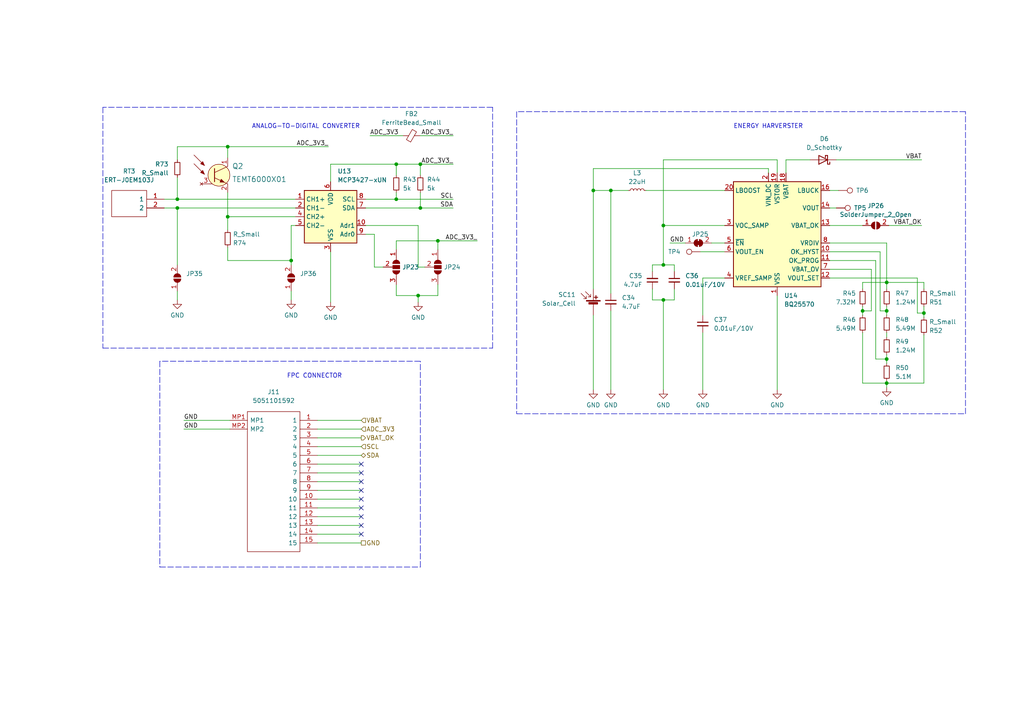
<source format=kicad_sch>
(kicad_sch (version 20211123) (generator eeschema)

  (uuid eeecfd16-59ea-4d28-b47e-840af841257b)

  (paper "A4")

  (title_block
    (title "FZSatellite")
    (date "2022-10-21")
    (rev "2")
    (company "Fiozera - fiozera.com.br")
    (comment 1 "https://github.com/fiozera/FZsatellite")
    (comment 2 "Licensed under CERN-OHL-S v2 or later")
  )

  (lib_symbols
    (symbol "Analog_ADC:MCP3427-xUN" (in_bom yes) (on_board yes)
      (property "Reference" "U" (id 0) (at -3.81 8.89 0)
        (effects (font (size 1.27 1.27)) (justify right))
      )
      (property "Value" "MCP3427-xUN" (id 1) (at 2.54 8.89 0)
        (effects (font (size 1.27 1.27)) (justify left))
      )
      (property "Footprint" "Package_SO:MSOP-10_3x3mm_P0.5mm" (id 2) (at 0 0 0)
        (effects (font (size 1.27 1.27)) hide)
      )
      (property "Datasheet" "http://ww1.microchip.com/downloads/en/DeviceDoc/22226a.pdf" (id 3) (at 0 0 0)
        (effects (font (size 1.27 1.27)) hide)
      )
      (property "ki_keywords" "adc 2ch 16bit i2c" (id 4) (at 0 0 0)
        (effects (font (size 1.27 1.27)) hide)
      )
      (property "ki_description" "16-Bit, Multi-Channel ΔΣ Analog-to-Digital Converter with I2C Interface and On-Board Reference, MSOP-10" (id 5) (at 0 0 0)
        (effects (font (size 1.27 1.27)) hide)
      )
      (property "ki_fp_filters" "MSOP*3x3mm*P0.5mm*" (id 6) (at 0 0 0)
        (effects (font (size 1.27 1.27)) hide)
      )
      (symbol "MCP3427-xUN_0_1"
        (rectangle (start -7.62 7.62) (end 7.62 -7.62)
          (stroke (width 0.254) (type default) (color 0 0 0 0))
          (fill (type background))
        )
      )
      (symbol "MCP3427-xUN_1_1"
        (pin input line (at -10.16 5.08 0) (length 2.54)
          (name "CH1+" (effects (font (size 1.27 1.27))))
          (number "1" (effects (font (size 1.27 1.27))))
        )
        (pin input line (at 10.16 -2.54 180) (length 2.54)
          (name "Adr1" (effects (font (size 1.27 1.27))))
          (number "10" (effects (font (size 1.27 1.27))))
        )
        (pin input line (at -10.16 2.54 0) (length 2.54)
          (name "CH1-" (effects (font (size 1.27 1.27))))
          (number "2" (effects (font (size 1.27 1.27))))
        )
        (pin power_in line (at 0 -10.16 90) (length 2.54)
          (name "VSS" (effects (font (size 1.27 1.27))))
          (number "3" (effects (font (size 1.27 1.27))))
        )
        (pin input line (at -10.16 0 0) (length 2.54)
          (name "CH2+" (effects (font (size 1.27 1.27))))
          (number "4" (effects (font (size 1.27 1.27))))
        )
        (pin input line (at -10.16 -2.54 0) (length 2.54)
          (name "CH2-" (effects (font (size 1.27 1.27))))
          (number "5" (effects (font (size 1.27 1.27))))
        )
        (pin power_in line (at 0 10.16 270) (length 2.54)
          (name "VDD" (effects (font (size 1.27 1.27))))
          (number "6" (effects (font (size 1.27 1.27))))
        )
        (pin bidirectional line (at 10.16 2.54 180) (length 2.54)
          (name "SDA" (effects (font (size 1.27 1.27))))
          (number "7" (effects (font (size 1.27 1.27))))
        )
        (pin input line (at 10.16 5.08 180) (length 2.54)
          (name "SCL" (effects (font (size 1.27 1.27))))
          (number "8" (effects (font (size 1.27 1.27))))
        )
        (pin input line (at 10.16 -5.08 180) (length 2.54)
          (name "Adr0" (effects (font (size 1.27 1.27))))
          (number "9" (effects (font (size 1.27 1.27))))
        )
      )
    )
    (symbol "Battery_Management:BQ25570" (in_bom yes) (on_board yes)
      (property "Reference" "U" (id 0) (at -12.7 16.51 0)
        (effects (font (size 1.27 1.27)))
      )
      (property "Value" "BQ25570" (id 1) (at 10.16 16.51 0)
        (effects (font (size 1.27 1.27)))
      )
      (property "Footprint" "Package_DFN_QFN:QFN-20-1EP_3.5x3.5mm_P0.5mm_EP2x2mm" (id 2) (at 0 -5.08 0)
        (effects (font (size 1.27 1.27)) hide)
      )
      (property "Datasheet" "http://www.ti.com/lit/ds/symlink/bq25570.pdf" (id 3) (at 10.16 30.48 0)
        (effects (font (size 1.27 1.27)) hide)
      )
      (property "ki_keywords" "harvester solar TEG charger li-on buck" (id 4) (at 0 0 0)
        (effects (font (size 1.27 1.27)) hide)
      )
      (property "ki_description" "Nano Power Boost Charger and Buck Converter for Energy Harvester Powered Applications, QFN-20" (id 5) (at 0 0 0)
        (effects (font (size 1.27 1.27)) hide)
      )
      (property "ki_fp_filters" "QFN*1EP*3.5x3.5mm*P0.5mm*" (id 6) (at 0 0 0)
        (effects (font (size 1.27 1.27)) hide)
      )
      (symbol "BQ25570_0_1"
        (rectangle (start -12.7 15.24) (end 12.7 -15.24)
          (stroke (width 0.254) (type default) (color 0 0 0 0))
          (fill (type background))
        )
      )
      (symbol "BQ25570_1_1"
        (pin power_in line (at 0 -17.78 90) (length 2.54)
          (name "VSS" (effects (font (size 1.27 1.27))))
          (number "1" (effects (font (size 1.27 1.27))))
        )
        (pin input line (at 15.24 -5.08 180) (length 2.54)
          (name "OK_HYST" (effects (font (size 1.27 1.27))))
          (number "10" (effects (font (size 1.27 1.27))))
        )
        (pin input line (at 15.24 -7.62 180) (length 2.54)
          (name "OK_PROG" (effects (font (size 1.27 1.27))))
          (number "11" (effects (font (size 1.27 1.27))))
        )
        (pin input line (at 15.24 -12.7 180) (length 2.54)
          (name "VOUT_SET" (effects (font (size 1.27 1.27))))
          (number "12" (effects (font (size 1.27 1.27))))
        )
        (pin output line (at 15.24 2.54 180) (length 2.54)
          (name "VBAT_OK" (effects (font (size 1.27 1.27))))
          (number "13" (effects (font (size 1.27 1.27))))
        )
        (pin input line (at 15.24 7.62 180) (length 2.54)
          (name "VOUT" (effects (font (size 1.27 1.27))))
          (number "14" (effects (font (size 1.27 1.27))))
        )
        (pin passive line (at 0 -17.78 90) (length 2.54) hide
          (name "VSS" (effects (font (size 1.27 1.27))))
          (number "15" (effects (font (size 1.27 1.27))))
        )
        (pin passive line (at 15.24 12.7 180) (length 2.54)
          (name "LBUCK" (effects (font (size 1.27 1.27))))
          (number "16" (effects (font (size 1.27 1.27))))
        )
        (pin passive line (at 0 -17.78 90) (length 2.54) hide
          (name "VSS" (effects (font (size 1.27 1.27))))
          (number "17" (effects (font (size 1.27 1.27))))
        )
        (pin power_in line (at 2.54 17.78 270) (length 2.54)
          (name "VBAT" (effects (font (size 1.27 1.27))))
          (number "18" (effects (font (size 1.27 1.27))))
        )
        (pin power_out line (at 0 17.78 270) (length 2.54)
          (name "VSTOR" (effects (font (size 1.27 1.27))))
          (number "19" (effects (font (size 1.27 1.27))))
        )
        (pin power_in line (at -2.54 17.78 270) (length 2.54)
          (name "VIN_DC" (effects (font (size 1.27 1.27))))
          (number "2" (effects (font (size 1.27 1.27))))
        )
        (pin passive line (at -15.24 12.7 0) (length 2.54)
          (name "LBOOST" (effects (font (size 1.27 1.27))))
          (number "20" (effects (font (size 1.27 1.27))))
        )
        (pin passive line (at 0 -17.78 90) (length 2.54) hide
          (name "VSS" (effects (font (size 1.27 1.27))))
          (number "21" (effects (font (size 1.27 1.27))))
        )
        (pin input line (at -15.24 2.54 0) (length 2.54)
          (name "VOC_SAMP" (effects (font (size 1.27 1.27))))
          (number "3" (effects (font (size 1.27 1.27))))
        )
        (pin passive line (at -15.24 -12.7 0) (length 2.54)
          (name "VREF_SAMP" (effects (font (size 1.27 1.27))))
          (number "4" (effects (font (size 1.27 1.27))))
        )
        (pin input line (at -15.24 -2.54 0) (length 2.54)
          (name "~{EN}" (effects (font (size 1.27 1.27))))
          (number "5" (effects (font (size 1.27 1.27))))
        )
        (pin input line (at -15.24 -5.08 0) (length 2.54)
          (name "VOUT_EN" (effects (font (size 1.27 1.27))))
          (number "6" (effects (font (size 1.27 1.27))))
        )
        (pin input line (at 15.24 -10.16 180) (length 2.54)
          (name "VBAT_OV" (effects (font (size 1.27 1.27))))
          (number "7" (effects (font (size 1.27 1.27))))
        )
        (pin output line (at 15.24 -2.54 180) (length 2.54)
          (name "VRDIV" (effects (font (size 1.27 1.27))))
          (number "8" (effects (font (size 1.27 1.27))))
        )
        (pin passive line (at 0 -17.78 90) (length 2.54) hide
          (name "VSS" (effects (font (size 1.27 1.27))))
          (number "9" (effects (font (size 1.27 1.27))))
        )
      )
    )
    (symbol "Connector:TestPoint" (pin_numbers hide) (pin_names (offset 0.762) hide) (in_bom yes) (on_board yes)
      (property "Reference" "TP" (id 0) (at 0 6.858 0)
        (effects (font (size 1.27 1.27)))
      )
      (property "Value" "TestPoint" (id 1) (at 0 5.08 0)
        (effects (font (size 1.27 1.27)))
      )
      (property "Footprint" "" (id 2) (at 5.08 0 0)
        (effects (font (size 1.27 1.27)) hide)
      )
      (property "Datasheet" "~" (id 3) (at 5.08 0 0)
        (effects (font (size 1.27 1.27)) hide)
      )
      (property "ki_keywords" "test point tp" (id 4) (at 0 0 0)
        (effects (font (size 1.27 1.27)) hide)
      )
      (property "ki_description" "test point" (id 5) (at 0 0 0)
        (effects (font (size 1.27 1.27)) hide)
      )
      (property "ki_fp_filters" "Pin* Test*" (id 6) (at 0 0 0)
        (effects (font (size 1.27 1.27)) hide)
      )
      (symbol "TestPoint_0_1"
        (circle (center 0 3.302) (radius 0.762)
          (stroke (width 0) (type default) (color 0 0 0 0))
          (fill (type none))
        )
      )
      (symbol "TestPoint_1_1"
        (pin passive line (at 0 0 90) (length 2.54)
          (name "1" (effects (font (size 1.27 1.27))))
          (number "1" (effects (font (size 1.27 1.27))))
        )
      )
    )
    (symbol "Device:C_Small" (pin_numbers hide) (pin_names (offset 0.254) hide) (in_bom yes) (on_board yes)
      (property "Reference" "C" (id 0) (at 0.254 1.778 0)
        (effects (font (size 1.27 1.27)) (justify left))
      )
      (property "Value" "C_Small" (id 1) (at 0.254 -2.032 0)
        (effects (font (size 1.27 1.27)) (justify left))
      )
      (property "Footprint" "" (id 2) (at 0 0 0)
        (effects (font (size 1.27 1.27)) hide)
      )
      (property "Datasheet" "~" (id 3) (at 0 0 0)
        (effects (font (size 1.27 1.27)) hide)
      )
      (property "ki_keywords" "capacitor cap" (id 4) (at 0 0 0)
        (effects (font (size 1.27 1.27)) hide)
      )
      (property "ki_description" "Unpolarized capacitor, small symbol" (id 5) (at 0 0 0)
        (effects (font (size 1.27 1.27)) hide)
      )
      (property "ki_fp_filters" "C_*" (id 6) (at 0 0 0)
        (effects (font (size 1.27 1.27)) hide)
      )
      (symbol "C_Small_0_1"
        (polyline
          (pts
            (xy -1.524 -0.508)
            (xy 1.524 -0.508)
          )
          (stroke (width 0.3302) (type default) (color 0 0 0 0))
          (fill (type none))
        )
        (polyline
          (pts
            (xy -1.524 0.508)
            (xy 1.524 0.508)
          )
          (stroke (width 0.3048) (type default) (color 0 0 0 0))
          (fill (type none))
        )
      )
      (symbol "C_Small_1_1"
        (pin passive line (at 0 2.54 270) (length 2.032)
          (name "~" (effects (font (size 1.27 1.27))))
          (number "1" (effects (font (size 1.27 1.27))))
        )
        (pin passive line (at 0 -2.54 90) (length 2.032)
          (name "~" (effects (font (size 1.27 1.27))))
          (number "2" (effects (font (size 1.27 1.27))))
        )
      )
    )
    (symbol "Device:D_Schottky" (pin_numbers hide) (pin_names (offset 1.016) hide) (in_bom yes) (on_board yes)
      (property "Reference" "D" (id 0) (at 0 2.54 0)
        (effects (font (size 1.27 1.27)))
      )
      (property "Value" "D_Schottky" (id 1) (at 0 -2.54 0)
        (effects (font (size 1.27 1.27)))
      )
      (property "Footprint" "" (id 2) (at 0 0 0)
        (effects (font (size 1.27 1.27)) hide)
      )
      (property "Datasheet" "~" (id 3) (at 0 0 0)
        (effects (font (size 1.27 1.27)) hide)
      )
      (property "ki_keywords" "diode Schottky" (id 4) (at 0 0 0)
        (effects (font (size 1.27 1.27)) hide)
      )
      (property "ki_description" "Schottky diode" (id 5) (at 0 0 0)
        (effects (font (size 1.27 1.27)) hide)
      )
      (property "ki_fp_filters" "TO-???* *_Diode_* *SingleDiode* D_*" (id 6) (at 0 0 0)
        (effects (font (size 1.27 1.27)) hide)
      )
      (symbol "D_Schottky_0_1"
        (polyline
          (pts
            (xy 1.27 0)
            (xy -1.27 0)
          )
          (stroke (width 0) (type default) (color 0 0 0 0))
          (fill (type none))
        )
        (polyline
          (pts
            (xy 1.27 1.27)
            (xy 1.27 -1.27)
            (xy -1.27 0)
            (xy 1.27 1.27)
          )
          (stroke (width 0.254) (type default) (color 0 0 0 0))
          (fill (type none))
        )
        (polyline
          (pts
            (xy -1.905 0.635)
            (xy -1.905 1.27)
            (xy -1.27 1.27)
            (xy -1.27 -1.27)
            (xy -0.635 -1.27)
            (xy -0.635 -0.635)
          )
          (stroke (width 0.254) (type default) (color 0 0 0 0))
          (fill (type none))
        )
      )
      (symbol "D_Schottky_1_1"
        (pin passive line (at -3.81 0 0) (length 2.54)
          (name "K" (effects (font (size 1.27 1.27))))
          (number "1" (effects (font (size 1.27 1.27))))
        )
        (pin passive line (at 3.81 0 180) (length 2.54)
          (name "A" (effects (font (size 1.27 1.27))))
          (number "2" (effects (font (size 1.27 1.27))))
        )
      )
    )
    (symbol "Device:FerriteBead_Small" (pin_numbers hide) (pin_names (offset 0)) (in_bom yes) (on_board yes)
      (property "Reference" "FB" (id 0) (at 1.905 1.27 0)
        (effects (font (size 1.27 1.27)) (justify left))
      )
      (property "Value" "FerriteBead_Small" (id 1) (at 1.905 -1.27 0)
        (effects (font (size 1.27 1.27)) (justify left))
      )
      (property "Footprint" "" (id 2) (at -1.778 0 90)
        (effects (font (size 1.27 1.27)) hide)
      )
      (property "Datasheet" "~" (id 3) (at 0 0 0)
        (effects (font (size 1.27 1.27)) hide)
      )
      (property "ki_keywords" "L ferrite bead inductor filter" (id 4) (at 0 0 0)
        (effects (font (size 1.27 1.27)) hide)
      )
      (property "ki_description" "Ferrite bead, small symbol" (id 5) (at 0 0 0)
        (effects (font (size 1.27 1.27)) hide)
      )
      (property "ki_fp_filters" "Inductor_* L_* *Ferrite*" (id 6) (at 0 0 0)
        (effects (font (size 1.27 1.27)) hide)
      )
      (symbol "FerriteBead_Small_0_1"
        (polyline
          (pts
            (xy 0 -1.27)
            (xy 0 -0.7874)
          )
          (stroke (width 0) (type default) (color 0 0 0 0))
          (fill (type none))
        )
        (polyline
          (pts
            (xy 0 0.889)
            (xy 0 1.2954)
          )
          (stroke (width 0) (type default) (color 0 0 0 0))
          (fill (type none))
        )
        (polyline
          (pts
            (xy -1.8288 0.2794)
            (xy -1.1176 1.4986)
            (xy 1.8288 -0.2032)
            (xy 1.1176 -1.4224)
            (xy -1.8288 0.2794)
          )
          (stroke (width 0) (type default) (color 0 0 0 0))
          (fill (type none))
        )
      )
      (symbol "FerriteBead_Small_1_1"
        (pin passive line (at 0 2.54 270) (length 1.27)
          (name "~" (effects (font (size 1.27 1.27))))
          (number "1" (effects (font (size 1.27 1.27))))
        )
        (pin passive line (at 0 -2.54 90) (length 1.27)
          (name "~" (effects (font (size 1.27 1.27))))
          (number "2" (effects (font (size 1.27 1.27))))
        )
      )
    )
    (symbol "Device:L_Small" (pin_numbers hide) (pin_names (offset 0.254) hide) (in_bom yes) (on_board yes)
      (property "Reference" "L" (id 0) (at 0.762 1.016 0)
        (effects (font (size 1.27 1.27)) (justify left))
      )
      (property "Value" "L_Small" (id 1) (at 0.762 -1.016 0)
        (effects (font (size 1.27 1.27)) (justify left))
      )
      (property "Footprint" "" (id 2) (at 0 0 0)
        (effects (font (size 1.27 1.27)) hide)
      )
      (property "Datasheet" "~" (id 3) (at 0 0 0)
        (effects (font (size 1.27 1.27)) hide)
      )
      (property "ki_keywords" "inductor choke coil reactor magnetic" (id 4) (at 0 0 0)
        (effects (font (size 1.27 1.27)) hide)
      )
      (property "ki_description" "Inductor, small symbol" (id 5) (at 0 0 0)
        (effects (font (size 1.27 1.27)) hide)
      )
      (property "ki_fp_filters" "Choke_* *Coil* Inductor_* L_*" (id 6) (at 0 0 0)
        (effects (font (size 1.27 1.27)) hide)
      )
      (symbol "L_Small_0_1"
        (arc (start 0 -2.032) (mid 0.508 -1.524) (end 0 -1.016)
          (stroke (width 0) (type default) (color 0 0 0 0))
          (fill (type none))
        )
        (arc (start 0 -1.016) (mid 0.508 -0.508) (end 0 0)
          (stroke (width 0) (type default) (color 0 0 0 0))
          (fill (type none))
        )
        (arc (start 0 0) (mid 0.508 0.508) (end 0 1.016)
          (stroke (width 0) (type default) (color 0 0 0 0))
          (fill (type none))
        )
        (arc (start 0 1.016) (mid 0.508 1.524) (end 0 2.032)
          (stroke (width 0) (type default) (color 0 0 0 0))
          (fill (type none))
        )
      )
      (symbol "L_Small_1_1"
        (pin passive line (at 0 2.54 270) (length 0.508)
          (name "~" (effects (font (size 1.27 1.27))))
          (number "1" (effects (font (size 1.27 1.27))))
        )
        (pin passive line (at 0 -2.54 90) (length 0.508)
          (name "~" (effects (font (size 1.27 1.27))))
          (number "2" (effects (font (size 1.27 1.27))))
        )
      )
    )
    (symbol "Device:R_Small" (pin_numbers hide) (pin_names (offset 0.254) hide) (in_bom yes) (on_board yes)
      (property "Reference" "R" (id 0) (at 0.762 0.508 0)
        (effects (font (size 1.27 1.27)) (justify left))
      )
      (property "Value" "R_Small" (id 1) (at 0.762 -1.016 0)
        (effects (font (size 1.27 1.27)) (justify left))
      )
      (property "Footprint" "" (id 2) (at 0 0 0)
        (effects (font (size 1.27 1.27)) hide)
      )
      (property "Datasheet" "~" (id 3) (at 0 0 0)
        (effects (font (size 1.27 1.27)) hide)
      )
      (property "ki_keywords" "R resistor" (id 4) (at 0 0 0)
        (effects (font (size 1.27 1.27)) hide)
      )
      (property "ki_description" "Resistor, small symbol" (id 5) (at 0 0 0)
        (effects (font (size 1.27 1.27)) hide)
      )
      (property "ki_fp_filters" "R_*" (id 6) (at 0 0 0)
        (effects (font (size 1.27 1.27)) hide)
      )
      (symbol "R_Small_0_1"
        (rectangle (start -0.762 1.778) (end 0.762 -1.778)
          (stroke (width 0.2032) (type default) (color 0 0 0 0))
          (fill (type none))
        )
      )
      (symbol "R_Small_1_1"
        (pin passive line (at 0 2.54 270) (length 0.762)
          (name "~" (effects (font (size 1.27 1.27))))
          (number "1" (effects (font (size 1.27 1.27))))
        )
        (pin passive line (at 0 -2.54 90) (length 0.762)
          (name "~" (effects (font (size 1.27 1.27))))
          (number "2" (effects (font (size 1.27 1.27))))
        )
      )
    )
    (symbol "Device:Solar_Cell" (pin_numbers hide) (pin_names (offset 0) hide) (in_bom yes) (on_board yes)
      (property "Reference" "SC" (id 0) (at 2.54 2.54 0)
        (effects (font (size 1.27 1.27)) (justify left))
      )
      (property "Value" "Solar_Cell" (id 1) (at 2.54 0 0)
        (effects (font (size 1.27 1.27)) (justify left))
      )
      (property "Footprint" "" (id 2) (at 0 1.524 90)
        (effects (font (size 1.27 1.27)) hide)
      )
      (property "Datasheet" "~" (id 3) (at 0 1.524 90)
        (effects (font (size 1.27 1.27)) hide)
      )
      (property "ki_keywords" "solar cell" (id 4) (at 0 0 0)
        (effects (font (size 1.27 1.27)) hide)
      )
      (property "ki_description" "Single solar cell" (id 5) (at 0 0 0)
        (effects (font (size 1.27 1.27)) hide)
      )
      (symbol "Solar_Cell_0_1"
        (rectangle (start -2.032 1.778) (end 2.032 1.524)
          (stroke (width 0) (type default) (color 0 0 0 0))
          (fill (type outline))
        )
        (rectangle (start -1.3208 1.1938) (end 1.27 0.6858)
          (stroke (width 0) (type default) (color 0 0 0 0))
          (fill (type outline))
        )
        (polyline
          (pts
            (xy -2.032 2.286)
            (xy -3.556 3.81)
          )
          (stroke (width 0) (type default) (color 0 0 0 0))
          (fill (type none))
        )
        (polyline
          (pts
            (xy -0.762 2.794)
            (xy -2.286 4.318)
          )
          (stroke (width 0) (type default) (color 0 0 0 0))
          (fill (type none))
        )
        (polyline
          (pts
            (xy 0 0.762)
            (xy 0 0)
          )
          (stroke (width 0) (type default) (color 0 0 0 0))
          (fill (type none))
        )
        (polyline
          (pts
            (xy 0 1.778)
            (xy 0 2.54)
          )
          (stroke (width 0) (type default) (color 0 0 0 0))
          (fill (type none))
        )
        (polyline
          (pts
            (xy 0.254 2.667)
            (xy 1.27 2.667)
          )
          (stroke (width 0.254) (type default) (color 0 0 0 0))
          (fill (type none))
        )
        (polyline
          (pts
            (xy 0.762 3.175)
            (xy 0.762 2.159)
          )
          (stroke (width 0.254) (type default) (color 0 0 0 0))
          (fill (type none))
        )
        (polyline
          (pts
            (xy -2.032 3.048)
            (xy -2.032 2.286)
            (xy -2.794 2.286)
          )
          (stroke (width 0) (type default) (color 0 0 0 0))
          (fill (type none))
        )
        (polyline
          (pts
            (xy -0.762 3.556)
            (xy -0.762 2.794)
            (xy -1.524 2.794)
          )
          (stroke (width 0) (type default) (color 0 0 0 0))
          (fill (type none))
        )
      )
      (symbol "Solar_Cell_1_1"
        (pin passive line (at 0 5.08 270) (length 2.54)
          (name "+" (effects (font (size 1.27 1.27))))
          (number "1" (effects (font (size 1.27 1.27))))
        )
        (pin passive line (at 0 -2.54 90) (length 2.54)
          (name "-" (effects (font (size 1.27 1.27))))
          (number "2" (effects (font (size 1.27 1.27))))
        )
      )
    )
    (symbol "Jumper:SolderJumper_2_Bridged" (pin_names (offset 0) hide) (in_bom yes) (on_board yes)
      (property "Reference" "JP" (id 0) (at 0 2.032 0)
        (effects (font (size 1.27 1.27)))
      )
      (property "Value" "SolderJumper_2_Bridged" (id 1) (at 0 -2.54 0)
        (effects (font (size 1.27 1.27)))
      )
      (property "Footprint" "" (id 2) (at 0 0 0)
        (effects (font (size 1.27 1.27)) hide)
      )
      (property "Datasheet" "~" (id 3) (at 0 0 0)
        (effects (font (size 1.27 1.27)) hide)
      )
      (property "ki_keywords" "solder jumper SPST" (id 4) (at 0 0 0)
        (effects (font (size 1.27 1.27)) hide)
      )
      (property "ki_description" "Solder Jumper, 2-pole, closed/bridged" (id 5) (at 0 0 0)
        (effects (font (size 1.27 1.27)) hide)
      )
      (property "ki_fp_filters" "SolderJumper*Bridged*" (id 6) (at 0 0 0)
        (effects (font (size 1.27 1.27)) hide)
      )
      (symbol "SolderJumper_2_Bridged_0_1"
        (rectangle (start -0.508 0.508) (end 0.508 -0.508)
          (stroke (width 0) (type default) (color 0 0 0 0))
          (fill (type outline))
        )
        (arc (start -0.254 1.016) (mid -1.27 0) (end -0.254 -1.016)
          (stroke (width 0) (type default) (color 0 0 0 0))
          (fill (type none))
        )
        (arc (start -0.254 1.016) (mid -1.27 0) (end -0.254 -1.016)
          (stroke (width 0) (type default) (color 0 0 0 0))
          (fill (type outline))
        )
        (polyline
          (pts
            (xy -0.254 1.016)
            (xy -0.254 -1.016)
          )
          (stroke (width 0) (type default) (color 0 0 0 0))
          (fill (type none))
        )
        (polyline
          (pts
            (xy 0.254 1.016)
            (xy 0.254 -1.016)
          )
          (stroke (width 0) (type default) (color 0 0 0 0))
          (fill (type none))
        )
        (arc (start 0.254 -1.016) (mid 1.27 0) (end 0.254 1.016)
          (stroke (width 0) (type default) (color 0 0 0 0))
          (fill (type none))
        )
        (arc (start 0.254 -1.016) (mid 1.27 0) (end 0.254 1.016)
          (stroke (width 0) (type default) (color 0 0 0 0))
          (fill (type outline))
        )
      )
      (symbol "SolderJumper_2_Bridged_1_1"
        (pin passive line (at -3.81 0 0) (length 2.54)
          (name "A" (effects (font (size 1.27 1.27))))
          (number "1" (effects (font (size 1.27 1.27))))
        )
        (pin passive line (at 3.81 0 180) (length 2.54)
          (name "B" (effects (font (size 1.27 1.27))))
          (number "2" (effects (font (size 1.27 1.27))))
        )
      )
    )
    (symbol "Jumper:SolderJumper_2_Open" (pin_names (offset 0) hide) (in_bom yes) (on_board yes)
      (property "Reference" "JP" (id 0) (at 0 2.032 0)
        (effects (font (size 1.27 1.27)))
      )
      (property "Value" "SolderJumper_2_Open" (id 1) (at 0 -2.54 0)
        (effects (font (size 1.27 1.27)))
      )
      (property "Footprint" "" (id 2) (at 0 0 0)
        (effects (font (size 1.27 1.27)) hide)
      )
      (property "Datasheet" "~" (id 3) (at 0 0 0)
        (effects (font (size 1.27 1.27)) hide)
      )
      (property "ki_keywords" "solder jumper SPST" (id 4) (at 0 0 0)
        (effects (font (size 1.27 1.27)) hide)
      )
      (property "ki_description" "Solder Jumper, 2-pole, open" (id 5) (at 0 0 0)
        (effects (font (size 1.27 1.27)) hide)
      )
      (property "ki_fp_filters" "SolderJumper*Open*" (id 6) (at 0 0 0)
        (effects (font (size 1.27 1.27)) hide)
      )
      (symbol "SolderJumper_2_Open_0_1"
        (arc (start -0.254 1.016) (mid -1.27 0) (end -0.254 -1.016)
          (stroke (width 0) (type default) (color 0 0 0 0))
          (fill (type none))
        )
        (arc (start -0.254 1.016) (mid -1.27 0) (end -0.254 -1.016)
          (stroke (width 0) (type default) (color 0 0 0 0))
          (fill (type outline))
        )
        (polyline
          (pts
            (xy -0.254 1.016)
            (xy -0.254 -1.016)
          )
          (stroke (width 0) (type default) (color 0 0 0 0))
          (fill (type none))
        )
        (polyline
          (pts
            (xy 0.254 1.016)
            (xy 0.254 -1.016)
          )
          (stroke (width 0) (type default) (color 0 0 0 0))
          (fill (type none))
        )
        (arc (start 0.254 -1.016) (mid 1.27 0) (end 0.254 1.016)
          (stroke (width 0) (type default) (color 0 0 0 0))
          (fill (type none))
        )
        (arc (start 0.254 -1.016) (mid 1.27 0) (end 0.254 1.016)
          (stroke (width 0) (type default) (color 0 0 0 0))
          (fill (type outline))
        )
      )
      (symbol "SolderJumper_2_Open_1_1"
        (pin passive line (at -3.81 0 0) (length 2.54)
          (name "A" (effects (font (size 1.27 1.27))))
          (number "1" (effects (font (size 1.27 1.27))))
        )
        (pin passive line (at 3.81 0 180) (length 2.54)
          (name "B" (effects (font (size 1.27 1.27))))
          (number "2" (effects (font (size 1.27 1.27))))
        )
      )
    )
    (symbol "Jumper:SolderJumper_3_Open" (pin_names (offset 0) hide) (in_bom yes) (on_board yes)
      (property "Reference" "JP" (id 0) (at -2.54 -2.54 0)
        (effects (font (size 1.27 1.27)))
      )
      (property "Value" "SolderJumper_3_Open" (id 1) (at 0 2.794 0)
        (effects (font (size 1.27 1.27)))
      )
      (property "Footprint" "" (id 2) (at 0 0 0)
        (effects (font (size 1.27 1.27)) hide)
      )
      (property "Datasheet" "~" (id 3) (at 0 0 0)
        (effects (font (size 1.27 1.27)) hide)
      )
      (property "ki_keywords" "Solder Jumper SPDT" (id 4) (at 0 0 0)
        (effects (font (size 1.27 1.27)) hide)
      )
      (property "ki_description" "Solder Jumper, 3-pole, open" (id 5) (at 0 0 0)
        (effects (font (size 1.27 1.27)) hide)
      )
      (property "ki_fp_filters" "SolderJumper*Open*" (id 6) (at 0 0 0)
        (effects (font (size 1.27 1.27)) hide)
      )
      (symbol "SolderJumper_3_Open_0_1"
        (arc (start -1.016 1.016) (mid -2.032 0) (end -1.016 -1.016)
          (stroke (width 0) (type default) (color 0 0 0 0))
          (fill (type none))
        )
        (arc (start -1.016 1.016) (mid -2.032 0) (end -1.016 -1.016)
          (stroke (width 0) (type default) (color 0 0 0 0))
          (fill (type outline))
        )
        (rectangle (start -0.508 1.016) (end 0.508 -1.016)
          (stroke (width 0) (type default) (color 0 0 0 0))
          (fill (type outline))
        )
        (polyline
          (pts
            (xy -2.54 0)
            (xy -2.032 0)
          )
          (stroke (width 0) (type default) (color 0 0 0 0))
          (fill (type none))
        )
        (polyline
          (pts
            (xy -1.016 1.016)
            (xy -1.016 -1.016)
          )
          (stroke (width 0) (type default) (color 0 0 0 0))
          (fill (type none))
        )
        (polyline
          (pts
            (xy 0 -1.27)
            (xy 0 -1.016)
          )
          (stroke (width 0) (type default) (color 0 0 0 0))
          (fill (type none))
        )
        (polyline
          (pts
            (xy 1.016 1.016)
            (xy 1.016 -1.016)
          )
          (stroke (width 0) (type default) (color 0 0 0 0))
          (fill (type none))
        )
        (polyline
          (pts
            (xy 2.54 0)
            (xy 2.032 0)
          )
          (stroke (width 0) (type default) (color 0 0 0 0))
          (fill (type none))
        )
        (arc (start 1.016 -1.016) (mid 2.032 0) (end 1.016 1.016)
          (stroke (width 0) (type default) (color 0 0 0 0))
          (fill (type none))
        )
        (arc (start 1.016 -1.016) (mid 2.032 0) (end 1.016 1.016)
          (stroke (width 0) (type default) (color 0 0 0 0))
          (fill (type outline))
        )
      )
      (symbol "SolderJumper_3_Open_1_1"
        (pin passive line (at -5.08 0 0) (length 2.54)
          (name "A" (effects (font (size 1.27 1.27))))
          (number "1" (effects (font (size 1.27 1.27))))
        )
        (pin input line (at 0 -3.81 90) (length 2.54)
          (name "C" (effects (font (size 1.27 1.27))))
          (number "2" (effects (font (size 1.27 1.27))))
        )
        (pin passive line (at 5.08 0 180) (length 2.54)
          (name "B" (effects (font (size 1.27 1.27))))
          (number "3" (effects (font (size 1.27 1.27))))
        )
      )
    )
    (symbol "SamacSys_Parts:5051101592" (pin_names (offset 0.762)) (in_bom yes) (on_board yes)
      (property "Reference" "J" (id 0) (at 21.59 7.62 0)
        (effects (font (size 1.27 1.27)) (justify left))
      )
      (property "Value" "5051101592" (id 1) (at 21.59 5.08 0)
        (effects (font (size 1.27 1.27)) (justify left))
      )
      (property "Footprint" "5051101592" (id 2) (at 21.59 2.54 0)
        (effects (font (size 1.27 1.27)) (justify left) hide)
      )
      (property "Datasheet" "https://www.arrow.com/en/products/505110-1592/molex" (id 3) (at 21.59 0 0)
        (effects (font (size 1.27 1.27)) (justify left) hide)
      )
      (property "Description" "Easy-On FFC/FPC Connector, 0.50mm Pitch, FD19 Series, Right-Angle, Bottom Contact, 1.90mm Height,  Circuits, Gold over Nickel Plating" (id 4) (at 21.59 -2.54 0)
        (effects (font (size 1.27 1.27)) (justify left) hide)
      )
      (property "Height" "2.1" (id 5) (at 21.59 -5.08 0)
        (effects (font (size 1.27 1.27)) (justify left) hide)
      )
      (property "Manufacturer_Name" "Molex" (id 6) (at 21.59 -7.62 0)
        (effects (font (size 1.27 1.27)) (justify left) hide)
      )
      (property "Manufacturer_Part_Number" "5051101592" (id 7) (at 21.59 -10.16 0)
        (effects (font (size 1.27 1.27)) (justify left) hide)
      )
      (property "Mouser Part Number" "" (id 8) (at 21.59 -12.7 0)
        (effects (font (size 1.27 1.27)) (justify left) hide)
      )
      (property "Mouser Price/Stock" "" (id 9) (at 21.59 -15.24 0)
        (effects (font (size 1.27 1.27)) (justify left) hide)
      )
      (property "Arrow Part Number" "5051101592" (id 10) (at 21.59 -17.78 0)
        (effects (font (size 1.27 1.27)) (justify left) hide)
      )
      (property "Arrow Price/Stock" "https://www.arrow.com/en/products/505110-1592/molex?region=nac" (id 11) (at 21.59 -20.32 0)
        (effects (font (size 1.27 1.27)) (justify left) hide)
      )
      (property "ki_description" "Easy-On FFC/FPC Connector, 0.50mm Pitch, FD19 Series, Right-Angle, Bottom Contact, 1.90mm Height,  Circuits, Gold over Nickel Plating" (id 12) (at 0 0 0)
        (effects (font (size 1.27 1.27)) hide)
      )
      (symbol "5051101592_0_0"
        (pin passive line (at 25.4 0 180) (length 5.08)
          (name "1" (effects (font (size 1.27 1.27))))
          (number "1" (effects (font (size 1.27 1.27))))
        )
        (pin passive line (at 25.4 -22.86 180) (length 5.08)
          (name "10" (effects (font (size 1.27 1.27))))
          (number "10" (effects (font (size 1.27 1.27))))
        )
        (pin passive line (at 25.4 -25.4 180) (length 5.08)
          (name "11" (effects (font (size 1.27 1.27))))
          (number "11" (effects (font (size 1.27 1.27))))
        )
        (pin passive line (at 25.4 -27.94 180) (length 5.08)
          (name "12" (effects (font (size 1.27 1.27))))
          (number "12" (effects (font (size 1.27 1.27))))
        )
        (pin passive line (at 25.4 -30.48 180) (length 5.08)
          (name "13" (effects (font (size 1.27 1.27))))
          (number "13" (effects (font (size 1.27 1.27))))
        )
        (pin passive line (at 25.4 -33.02 180) (length 5.08)
          (name "14" (effects (font (size 1.27 1.27))))
          (number "14" (effects (font (size 1.27 1.27))))
        )
        (pin passive line (at 25.4 -35.56 180) (length 5.08)
          (name "15" (effects (font (size 1.27 1.27))))
          (number "15" (effects (font (size 1.27 1.27))))
        )
        (pin passive line (at 25.4 -2.54 180) (length 5.08)
          (name "2" (effects (font (size 1.27 1.27))))
          (number "2" (effects (font (size 1.27 1.27))))
        )
        (pin passive line (at 25.4 -5.08 180) (length 5.08)
          (name "3" (effects (font (size 1.27 1.27))))
          (number "3" (effects (font (size 1.27 1.27))))
        )
        (pin passive line (at 25.4 -7.62 180) (length 5.08)
          (name "4" (effects (font (size 1.27 1.27))))
          (number "4" (effects (font (size 1.27 1.27))))
        )
        (pin passive line (at 25.4 -10.16 180) (length 5.08)
          (name "5" (effects (font (size 1.27 1.27))))
          (number "5" (effects (font (size 1.27 1.27))))
        )
        (pin passive line (at 25.4 -12.7 180) (length 5.08)
          (name "6" (effects (font (size 1.27 1.27))))
          (number "6" (effects (font (size 1.27 1.27))))
        )
        (pin passive line (at 25.4 -15.24 180) (length 5.08)
          (name "7" (effects (font (size 1.27 1.27))))
          (number "7" (effects (font (size 1.27 1.27))))
        )
        (pin passive line (at 25.4 -17.78 180) (length 5.08)
          (name "8" (effects (font (size 1.27 1.27))))
          (number "8" (effects (font (size 1.27 1.27))))
        )
        (pin passive line (at 25.4 -20.32 180) (length 5.08)
          (name "9" (effects (font (size 1.27 1.27))))
          (number "9" (effects (font (size 1.27 1.27))))
        )
        (pin passive line (at 0 0 0) (length 5.08)
          (name "MP1" (effects (font (size 1.27 1.27))))
          (number "MP1" (effects (font (size 1.27 1.27))))
        )
        (pin passive line (at 0 -2.54 0) (length 5.08)
          (name "MP2" (effects (font (size 1.27 1.27))))
          (number "MP2" (effects (font (size 1.27 1.27))))
        )
      )
      (symbol "5051101592_0_1"
        (polyline
          (pts
            (xy 5.08 2.54)
            (xy 20.32 2.54)
            (xy 20.32 -38.1)
            (xy 5.08 -38.1)
            (xy 5.08 2.54)
          )
          (stroke (width 0.1524) (type default) (color 0 0 0 0))
          (fill (type none))
        )
      )
    )
    (symbol "SamacSys_Parts:ERT-J0EM103J" (pin_names (offset 0.762)) (in_bom yes) (on_board yes)
      (property "Reference" "RT" (id 0) (at 16.51 7.62 0)
        (effects (font (size 1.27 1.27)) (justify left))
      )
      (property "Value" "ERT-J0EM103J" (id 1) (at 16.51 5.08 0)
        (effects (font (size 1.27 1.27)) (justify left))
      )
      (property "Footprint" "THRMC1005X55N" (id 2) (at 16.51 2.54 0)
        (effects (font (size 1.27 1.27)) (justify left) hide)
      )
      (property "Datasheet" "https://componentsearchengine.com/Datasheets/1/ERT-J0EM103J.pdf" (id 3) (at 16.51 0 0)
        (effects (font (size 1.27 1.27)) (justify left) hide)
      )
      (property "Description" "PANASONIC ELECTRONIC COMPONENTS - ERT-J0EM103J - THERMISTOR, NTC, 10KOHM, 5%, SMD" (id 4) (at 16.51 -2.54 0)
        (effects (font (size 1.27 1.27)) (justify left) hide)
      )
      (property "Height" "0.55" (id 5) (at 16.51 -5.08 0)
        (effects (font (size 1.27 1.27)) (justify left) hide)
      )
      (property "Mouser Part Number" "667-ERT-J0EM103J" (id 6) (at 16.51 -7.62 0)
        (effects (font (size 1.27 1.27)) (justify left) hide)
      )
      (property "Mouser Price/Stock" "https://www.mouser.com/Search/Refine.aspx?Keyword=667-ERT-J0EM103J" (id 7) (at 16.51 -10.16 0)
        (effects (font (size 1.27 1.27)) (justify left) hide)
      )
      (property "Manufacturer_Name" "Panasonic" (id 8) (at 16.51 -12.7 0)
        (effects (font (size 1.27 1.27)) (justify left) hide)
      )
      (property "Manufacturer_Part_Number" "ERT-J0EM103J" (id 9) (at 16.51 -15.24 0)
        (effects (font (size 1.27 1.27)) (justify left) hide)
      )
      (property "ki_description" "PANASONIC ELECTRONIC COMPONENTS - ERT-J0EM103J - THERMISTOR, NTC, 10KOHM, 5%, SMD" (id 10) (at 0 0 0)
        (effects (font (size 1.27 1.27)) hide)
      )
      (symbol "ERT-J0EM103J_0_0"
        (pin passive line (at 0 0 0) (length 5.08)
          (name "1" (effects (font (size 1.27 1.27))))
          (number "1" (effects (font (size 1.27 1.27))))
        )
        (pin passive line (at 0 -2.54 0) (length 5.08)
          (name "2" (effects (font (size 1.27 1.27))))
          (number "2" (effects (font (size 1.27 1.27))))
        )
      )
      (symbol "ERT-J0EM103J_0_1"
        (polyline
          (pts
            (xy 5.08 2.54)
            (xy 15.24 2.54)
            (xy 15.24 -5.08)
            (xy 5.08 -5.08)
            (xy 5.08 2.54)
          )
          (stroke (width 0.1524) (type default) (color 0 0 0 0))
          (fill (type none))
        )
      )
    )
    (symbol "dk_Optical-Sensors-Phototransistors:TEMT6000X01" (pin_names (offset 0) hide) (in_bom yes) (on_board yes)
      (property "Reference" "Q" (id 0) (at -1.27 5.08 0)
        (effects (font (size 1.524 1.524)))
      )
      (property "Value" "TEMT6000X01" (id 1) (at 6.35 0 90)
        (effects (font (size 1.524 1.524)))
      )
      (property "Footprint" "digikey-footprints:Phototransistor_SMD_4x2mm_TEMT6000X01" (id 2) (at 5.08 5.08 0)
        (effects (font (size 1.524 1.524)) (justify left) hide)
      )
      (property "Datasheet" "http://www.vishay.com/docs/81579/temt6000.pdf" (id 3) (at 5.08 7.62 0)
        (effects (font (size 1.524 1.524)) (justify left) hide)
      )
      (property "Digi-Key_PN" "751-1055-1-ND" (id 4) (at 5.08 10.16 0)
        (effects (font (size 1.524 1.524)) (justify left) hide)
      )
      (property "MPN" "TEMT6000X01" (id 5) (at 5.08 12.7 0)
        (effects (font (size 1.524 1.524)) (justify left) hide)
      )
      (property "Category" "Sensors, Transducers" (id 6) (at 5.08 15.24 0)
        (effects (font (size 1.524 1.524)) (justify left) hide)
      )
      (property "Family" "Optical Sensors - Phototransistors" (id 7) (at 5.08 17.78 0)
        (effects (font (size 1.524 1.524)) (justify left) hide)
      )
      (property "DK_Datasheet_Link" "http://www.vishay.com/docs/81579/temt6000.pdf" (id 8) (at 5.08 20.32 0)
        (effects (font (size 1.524 1.524)) (justify left) hide)
      )
      (property "DK_Detail_Page" "/product-detail/en/vishay-semiconductor-opto-division/TEMT6000X01/751-1055-1-ND/1681410" (id 9) (at 5.08 22.86 0)
        (effects (font (size 1.524 1.524)) (justify left) hide)
      )
      (property "Description" "SENSOR PHOTO 570NM TOP VIEW 1206" (id 10) (at 5.08 25.4 0)
        (effects (font (size 1.524 1.524)) (justify left) hide)
      )
      (property "Manufacturer" "Vishay Semiconductor Opto Division" (id 11) (at 5.08 27.94 0)
        (effects (font (size 1.524 1.524)) (justify left) hide)
      )
      (property "Status" "Active" (id 12) (at 5.08 30.48 0)
        (effects (font (size 1.524 1.524)) (justify left) hide)
      )
      (property "ki_keywords" "751-1055-1-ND Automotive, AEC-Q101" (id 13) (at 0 0 0)
        (effects (font (size 1.27 1.27)) hide)
      )
      (property "ki_description" "SENSOR PHOTO 570NM TOP VIEW 1206" (id 14) (at 0 0 0)
        (effects (font (size 1.27 1.27)) hide)
      )
      (symbol "TEMT6000X01_0_1"
        (polyline
          (pts
            (xy -7.239 3.302)
            (xy -4.953 1.016)
          )
          (stroke (width 0) (type default) (color 0 0 0 0))
          (fill (type none))
        )
        (polyline
          (pts
            (xy -7.239 5.842)
            (xy -4.953 3.556)
          )
          (stroke (width 0) (type default) (color 0 0 0 0))
          (fill (type none))
        )
        (polyline
          (pts
            (xy -2.54 -2.54)
            (xy -1.905 -2.54)
          )
          (stroke (width 0) (type default) (color 0 0 0 0))
          (fill (type none))
        )
        (polyline
          (pts
            (xy -1.27 -1.905)
            (xy -1.27 1.905)
          )
          (stroke (width 0.254) (type default) (color 0 0 0 0))
          (fill (type none))
        )
        (polyline
          (pts
            (xy -1.27 -0.762)
            (xy 2.54 -2.54)
          )
          (stroke (width 0) (type default) (color 0 0 0 0))
          (fill (type none))
        )
        (polyline
          (pts
            (xy -1.27 0.762)
            (xy 2.54 2.54)
          )
          (stroke (width 0) (type default) (color 0 0 0 0))
          (fill (type none))
        )
        (polyline
          (pts
            (xy -4.191 0.254)
            (xy -5.334 0.762)
            (xy -4.699 1.397)
            (xy -4.191 0.254)
          )
          (stroke (width 0) (type default) (color 0 0 0 0))
          (fill (type outline))
        )
        (polyline
          (pts
            (xy -4.191 2.794)
            (xy -5.334 3.302)
            (xy -4.699 3.937)
            (xy -4.191 2.794)
          )
          (stroke (width 0) (type default) (color 0 0 0 0))
          (fill (type outline))
        )
        (polyline
          (pts
            (xy 1.524 -2.032)
            (xy 0.3048 -2.032)
            (xy 0.6604 -1.1684)
            (xy 1.524 -2.032)
          )
          (stroke (width 0) (type default) (color 0 0 0 0))
          (fill (type outline))
        )
        (circle (center 0 0) (radius 3.175)
          (stroke (width 0) (type default) (color 0 0 0 0))
          (fill (type background))
        )
      )
      (symbol "TEMT6000X01_1_1"
        (pin passive line (at 2.54 5.08 270) (length 2.54)
          (name "C" (effects (font (size 1.27 1.27))))
          (number "1" (effects (font (size 1.27 1.27))))
        )
        (pin passive line (at 2.54 -5.08 90) (length 2.54)
          (name "E" (effects (font (size 1.27 1.27))))
          (number "2" (effects (font (size 1.27 1.27))))
        )
        (pin no_connect line (at -5.08 -2.54 0) (length 2.54)
          (name "NC" (effects (font (size 1.27 1.27))))
          (number "3" (effects (font (size 1.27 1.27))))
        )
      )
    )
    (symbol "power:GND" (power) (pin_names (offset 0)) (in_bom yes) (on_board yes)
      (property "Reference" "#PWR" (id 0) (at 0 -6.35 0)
        (effects (font (size 1.27 1.27)) hide)
      )
      (property "Value" "GND" (id 1) (at 0 -3.81 0)
        (effects (font (size 1.27 1.27)))
      )
      (property "Footprint" "" (id 2) (at 0 0 0)
        (effects (font (size 1.27 1.27)) hide)
      )
      (property "Datasheet" "" (id 3) (at 0 0 0)
        (effects (font (size 1.27 1.27)) hide)
      )
      (property "ki_keywords" "power-flag" (id 4) (at 0 0 0)
        (effects (font (size 1.27 1.27)) hide)
      )
      (property "ki_description" "Power symbol creates a global label with name \"GND\" , ground" (id 5) (at 0 0 0)
        (effects (font (size 1.27 1.27)) hide)
      )
      (symbol "GND_0_1"
        (polyline
          (pts
            (xy 0 0)
            (xy 0 -1.27)
            (xy 1.27 -1.27)
            (xy 0 -2.54)
            (xy -1.27 -1.27)
            (xy 0 -1.27)
          )
          (stroke (width 0) (type default) (color 0 0 0 0))
          (fill (type none))
        )
      )
      (symbol "GND_1_1"
        (pin power_in line (at 0 0 270) (length 0) hide
          (name "GND" (effects (font (size 1.27 1.27))))
          (number "1" (effects (font (size 1.27 1.27))))
        )
      )
    )
  )

  (junction (at 267.97 90.805) (diameter 0) (color 0 0 0 0)
    (uuid 045bc21a-e82c-4c18-8b7e-f2df1ca7db89)
  )
  (junction (at 257.175 90.17) (diameter 0) (color 0 0 0 0)
    (uuid 06ed4211-5ba2-47a2-aec1-40ec5adc7326)
  )
  (junction (at 51.435 57.785) (diameter 0) (color 0 0 0 0)
    (uuid 1101c0f6-8dbe-4918-8a41-a923a2979ce2)
  )
  (junction (at 250.19 90.17) (diameter 0) (color 0 0 0 0)
    (uuid 11a84678-e106-40e3-8dba-35f222dda6c8)
  )
  (junction (at 257.175 104.14) (diameter 0) (color 0 0 0 0)
    (uuid 18b0d6dc-4565-409a-b99c-926457662c24)
  )
  (junction (at 257.175 81.915) (diameter 0) (color 0 0 0 0)
    (uuid 27cd7b3f-aa78-44a0-91af-72856d26fdec)
  )
  (junction (at 114.935 47.625) (diameter 0) (color 0 0 0 0)
    (uuid 3eecd927-9885-464f-b7f6-d795a24dfe2d)
  )
  (junction (at 172.085 55.245) (diameter 0) (color 0 0 0 0)
    (uuid 40ba0930-49c4-4f61-81df-aee9f1edd822)
  )
  (junction (at 192.405 76.835) (diameter 0) (color 0 0 0 0)
    (uuid 4eaf125a-ab2b-467d-8d5b-8f359d6db3a4)
  )
  (junction (at 121.285 85.725) (diameter 0) (color 0 0 0 0)
    (uuid 627a6ce4-5d73-48cd-b54b-2c8324e05358)
  )
  (junction (at 66.04 42.545) (diameter 0) (color 0 0 0 0)
    (uuid 6d4af29d-6b44-489a-80dd-313fa1972bb1)
  )
  (junction (at 66.04 62.865) (diameter 0) (color 0 0 0 0)
    (uuid 6e74ccf6-1c87-43a3-aeae-58886fd235ac)
  )
  (junction (at 121.92 47.625) (diameter 0) (color 0 0 0 0)
    (uuid 828bde86-d06f-441b-aea1-fc592e86dbba)
  )
  (junction (at 192.405 65.405) (diameter 0) (color 0 0 0 0)
    (uuid 86c681ca-43fb-45bd-899e-2e64b7951db0)
  )
  (junction (at 127 69.85) (diameter 0) (color 0 0 0 0)
    (uuid 86f51347-882a-4404-905b-96f98ebced87)
  )
  (junction (at 84.455 75.565) (diameter 0) (color 0 0 0 0)
    (uuid 8b34d468-f8f7-4302-98f7-c0186a6c85f6)
  )
  (junction (at 192.405 86.995) (diameter 0) (color 0 0 0 0)
    (uuid 8ee02063-ab68-4f02-ac67-b05a602d8bda)
  )
  (junction (at 114.935 57.785) (diameter 0) (color 0 0 0 0)
    (uuid 95b3d7be-c49a-4718-b55c-32b30bae5f26)
  )
  (junction (at 51.435 60.325) (diameter 0) (color 0 0 0 0)
    (uuid 9e7a052e-d63f-4e7c-8eac-c1972d6a22bd)
  )
  (junction (at 257.175 111.125) (diameter 0) (color 0 0 0 0)
    (uuid a7466ef8-2d86-4c6b-848e-f571498b363b)
  )
  (junction (at 177.165 55.245) (diameter 0) (color 0 0 0 0)
    (uuid aab0cafb-f44b-4902-95de-e4e46b24d43e)
  )
  (junction (at 121.92 60.325) (diameter 0) (color 0 0 0 0)
    (uuid ce0d74bb-50e9-4108-97b6-8a62459bfa9d)
  )

  (no_connect (at 104.775 144.78) (uuid 1e6643cc-5be9-4fbe-901d-b8b8b3a7b03e))
  (no_connect (at 104.775 152.4) (uuid 21a107c5-951e-4ba7-a805-d6250b71e8ca))
  (no_connect (at 104.775 154.94) (uuid 22e67f6f-7841-47c4-8566-920c13ac4514))
  (no_connect (at 104.775 142.24) (uuid 33c4092e-c002-4667-bc56-f5f7e7107221))
  (no_connect (at 104.775 137.16) (uuid 4ca07493-de46-47ac-8f8c-28f0e671a612))
  (no_connect (at 104.775 149.86) (uuid 98d35fa7-3a82-40fa-8f62-f7c78fa65796))
  (no_connect (at 104.775 147.32) (uuid 9bde9b00-68be-4083-9a06-79de02653e06))
  (no_connect (at 104.775 134.62) (uuid e9f6c41e-2f16-4fc3-8fa3-11923ff49924))
  (no_connect (at 104.775 139.7) (uuid f81e6db7-d508-4b2d-9d7e-a212d86d0ad0))

  (wire (pts (xy 92.075 137.16) (xy 104.775 137.16))
    (stroke (width 0) (type default) (color 0 0 0 0))
    (uuid 007d19ac-8aaf-4523-b2a3-c2362edad51e)
  )
  (wire (pts (xy 225.425 46.355) (xy 192.405 46.355))
    (stroke (width 0) (type default) (color 0 0 0 0))
    (uuid 0204cc8d-c376-442b-9b17-884bb3f950f9)
  )
  (wire (pts (xy 255.27 90.17) (xy 257.175 90.17))
    (stroke (width 0) (type default) (color 0 0 0 0))
    (uuid 06159c24-e8e9-4bed-9815-307af47fec91)
  )
  (wire (pts (xy 187.325 55.245) (xy 210.185 55.245))
    (stroke (width 0) (type default) (color 0 0 0 0))
    (uuid 0679ca66-c269-47a2-b292-28833745fe95)
  )
  (wire (pts (xy 121.285 77.47) (xy 123.19 77.47))
    (stroke (width 0) (type default) (color 0 0 0 0))
    (uuid 09515e34-d722-4b69-8d20-7fefcdf9cdd8)
  )
  (wire (pts (xy 194.31 70.485) (xy 198.755 70.485))
    (stroke (width 0) (type default) (color 0 0 0 0))
    (uuid 0b85ddea-22fa-464a-952a-f1f83e83215c)
  )
  (wire (pts (xy 121.92 60.325) (xy 131.445 60.325))
    (stroke (width 0) (type default) (color 0 0 0 0))
    (uuid 0e6cf1c9-ce4c-4d5d-be26-c5e694fc5db3)
  )
  (wire (pts (xy 106.045 65.405) (xy 121.285 65.405))
    (stroke (width 0) (type default) (color 0 0 0 0))
    (uuid 112566b0-04cd-4208-b40d-de57b86f5db2)
  )
  (wire (pts (xy 114.935 57.785) (xy 131.445 57.785))
    (stroke (width 0) (type default) (color 0 0 0 0))
    (uuid 11a707af-94b3-4d0a-a9d3-fc4cd0546183)
  )
  (wire (pts (xy 203.835 80.645) (xy 203.835 91.44))
    (stroke (width 0) (type default) (color 0 0 0 0))
    (uuid 13c1f754-9809-485b-a7a2-9ce0f1e0b550)
  )
  (wire (pts (xy 203.2 73.025) (xy 210.185 73.025))
    (stroke (width 0) (type default) (color 0 0 0 0))
    (uuid 15175799-de0a-4160-9ec4-355f7e6464ef)
  )
  (wire (pts (xy 51.435 42.545) (xy 51.435 46.355))
    (stroke (width 0) (type default) (color 0 0 0 0))
    (uuid 1605498c-5fa6-4199-a891-b6e989748b54)
  )
  (wire (pts (xy 114.935 82.55) (xy 114.935 85.725))
    (stroke (width 0) (type default) (color 0 0 0 0))
    (uuid 16186a1e-19b6-43b2-ad24-b9be889c0b96)
  )
  (wire (pts (xy 66.04 42.545) (xy 95.25 42.545))
    (stroke (width 0) (type default) (color 0 0 0 0))
    (uuid 17134ec5-bbc7-4956-ba46-e440fb1bacd3)
  )
  (wire (pts (xy 240.665 75.565) (xy 254 75.565))
    (stroke (width 0) (type default) (color 0 0 0 0))
    (uuid 17f7d7fb-ce97-480c-a0cd-17520f5449e7)
  )
  (wire (pts (xy 192.405 76.835) (xy 192.405 65.405))
    (stroke (width 0) (type default) (color 0 0 0 0))
    (uuid 19a8e9b4-0d55-460b-952b-d58ad4963902)
  )
  (wire (pts (xy 121.285 65.405) (xy 121.285 77.47))
    (stroke (width 0) (type default) (color 0 0 0 0))
    (uuid 1a827749-a70d-4c67-a587-3283fb905051)
  )
  (wire (pts (xy 195.58 76.835) (xy 195.58 78.74))
    (stroke (width 0) (type default) (color 0 0 0 0))
    (uuid 1a850f12-1f19-434f-b40a-b1b106785c6b)
  )
  (wire (pts (xy 95.885 47.625) (xy 114.935 47.625))
    (stroke (width 0) (type default) (color 0 0 0 0))
    (uuid 1ad26347-746b-4faa-a6ec-606c04d14eab)
  )
  (wire (pts (xy 250.19 81.915) (xy 257.175 81.915))
    (stroke (width 0) (type default) (color 0 0 0 0))
    (uuid 1c71b1ed-2f5e-401d-ad1a-3bdd5050d373)
  )
  (polyline (pts (xy 29.845 100.965) (xy 142.875 100.965))
    (stroke (width 0) (type default) (color 0 0 0 0))
    (uuid 1c94c9a5-45ae-4d5b-897b-1f85f4c93655)
  )
  (polyline (pts (xy 121.92 164.465) (xy 121.92 104.775))
    (stroke (width 0) (type default) (color 0 0 0 0))
    (uuid 1cbefca5-4c22-4a20-88bf-f9d0e5cf23cd)
  )

  (wire (pts (xy 114.935 69.85) (xy 127 69.85))
    (stroke (width 0) (type default) (color 0 0 0 0))
    (uuid 1cf05c29-57b2-42c0-b187-ea928162653c)
  )
  (wire (pts (xy 92.075 147.32) (xy 104.775 147.32))
    (stroke (width 0) (type default) (color 0 0 0 0))
    (uuid 1d425d41-f049-467e-9245-b1030821497a)
  )
  (wire (pts (xy 192.405 46.355) (xy 192.405 65.405))
    (stroke (width 0) (type default) (color 0 0 0 0))
    (uuid 20a0c007-0807-4f9a-ad71-3521e1e6c10c)
  )
  (wire (pts (xy 121.92 47.625) (xy 131.445 47.625))
    (stroke (width 0) (type default) (color 0 0 0 0))
    (uuid 212debce-fd1f-4937-aa44-083183f6e3d3)
  )
  (wire (pts (xy 92.075 124.46) (xy 104.775 124.46))
    (stroke (width 0) (type default) (color 0 0 0 0))
    (uuid 22f45aef-51ad-4e64-ba63-416888e5ef3e)
  )
  (wire (pts (xy 267.97 90.805) (xy 267.97 88.9))
    (stroke (width 0) (type default) (color 0 0 0 0))
    (uuid 23b3223a-db2a-4252-bc88-271c10c07e0f)
  )
  (wire (pts (xy 254 75.565) (xy 254 104.14))
    (stroke (width 0) (type default) (color 0 0 0 0))
    (uuid 23c70938-4e63-43ed-a8ba-ecfd50c7f6ae)
  )
  (wire (pts (xy 257.81 65.405) (xy 267.335 65.405))
    (stroke (width 0) (type default) (color 0 0 0 0))
    (uuid 24a1de8d-91f1-45e4-8901-495844771628)
  )
  (wire (pts (xy 257.175 111.125) (xy 267.97 111.125))
    (stroke (width 0) (type default) (color 0 0 0 0))
    (uuid 253b30d1-4d43-40ef-9793-af871bcbfc90)
  )
  (wire (pts (xy 66.04 42.545) (xy 66.04 45.72))
    (stroke (width 0) (type default) (color 0 0 0 0))
    (uuid 27ca037d-e70e-46ed-a71f-dc60f6cc9aab)
  )
  (wire (pts (xy 182.245 55.245) (xy 177.165 55.245))
    (stroke (width 0) (type default) (color 0 0 0 0))
    (uuid 28c08289-377b-4cdf-8aa8-ab74e18fbb9f)
  )
  (wire (pts (xy 257.175 110.49) (xy 257.175 111.125))
    (stroke (width 0) (type default) (color 0 0 0 0))
    (uuid 290ff48f-ff38-47cb-97fd-07dc10e4deab)
  )
  (wire (pts (xy 66.04 55.88) (xy 66.04 62.865))
    (stroke (width 0) (type default) (color 0 0 0 0))
    (uuid 297ce2a7-7740-4519-a48f-314cdb80b1c1)
  )
  (wire (pts (xy 189.23 76.835) (xy 192.405 76.835))
    (stroke (width 0) (type default) (color 0 0 0 0))
    (uuid 2e947a45-4c40-4281-8f83-c1b7334712c6)
  )
  (wire (pts (xy 266.065 80.645) (xy 266.065 90.805))
    (stroke (width 0) (type default) (color 0 0 0 0))
    (uuid 3091091d-7cc3-441f-b8d1-89e8d428e300)
  )
  (wire (pts (xy 172.085 48.895) (xy 172.085 55.245))
    (stroke (width 0) (type default) (color 0 0 0 0))
    (uuid 31457ab5-f1fb-4108-a34d-809d9ab1a4fc)
  )
  (wire (pts (xy 121.285 85.725) (xy 127 85.725))
    (stroke (width 0) (type default) (color 0 0 0 0))
    (uuid 31733193-05a6-4e0f-8bf8-f037b7bb72cc)
  )
  (wire (pts (xy 92.075 154.94) (xy 104.775 154.94))
    (stroke (width 0) (type default) (color 0 0 0 0))
    (uuid 3677d114-ca0d-40c3-836a-252ba773cd11)
  )
  (wire (pts (xy 189.23 83.82) (xy 189.23 86.995))
    (stroke (width 0) (type default) (color 0 0 0 0))
    (uuid 399026da-7388-4a14-8490-754c59570a78)
  )
  (wire (pts (xy 192.405 86.995) (xy 192.405 113.03))
    (stroke (width 0) (type default) (color 0 0 0 0))
    (uuid 417d87dc-3368-4270-9627-a0eb53e55620)
  )
  (wire (pts (xy 240.665 73.025) (xy 255.27 73.025))
    (stroke (width 0) (type default) (color 0 0 0 0))
    (uuid 41bb82a3-4308-482c-8422-96352867097a)
  )
  (wire (pts (xy 172.085 91.44) (xy 172.085 113.03))
    (stroke (width 0) (type default) (color 0 0 0 0))
    (uuid 41ecadc1-9a22-4c5b-8982-83970a3367f0)
  )
  (wire (pts (xy 92.075 142.24) (xy 104.775 142.24))
    (stroke (width 0) (type default) (color 0 0 0 0))
    (uuid 42d223ce-6ca7-447e-9a0e-36c831b38503)
  )
  (wire (pts (xy 66.04 75.565) (xy 84.455 75.565))
    (stroke (width 0) (type default) (color 0 0 0 0))
    (uuid 439fa0c4-dc3b-4e44-be85-e375341ff098)
  )
  (wire (pts (xy 227.965 50.165) (xy 227.965 46.355))
    (stroke (width 0) (type default) (color 0 0 0 0))
    (uuid 45acceb7-5ce8-4c8a-9aa5-1c4e2923900d)
  )
  (wire (pts (xy 257.175 88.9) (xy 257.175 90.17))
    (stroke (width 0) (type default) (color 0 0 0 0))
    (uuid 460e21a1-ebf8-46c2-9493-869989fffe90)
  )
  (wire (pts (xy 250.19 90.17) (xy 250.19 91.44))
    (stroke (width 0) (type default) (color 0 0 0 0))
    (uuid 4704442f-8be1-43e1-b24b-232cf89c0cc5)
  )
  (wire (pts (xy 114.935 47.625) (xy 121.92 47.625))
    (stroke (width 0) (type default) (color 0 0 0 0))
    (uuid 49a44e1b-28fb-42a5-8ad4-f7f4858e75c9)
  )
  (wire (pts (xy 192.405 76.835) (xy 195.58 76.835))
    (stroke (width 0) (type default) (color 0 0 0 0))
    (uuid 4b9dbb3d-416d-4542-9813-3c8f3e6e8257)
  )
  (wire (pts (xy 189.23 86.995) (xy 192.405 86.995))
    (stroke (width 0) (type default) (color 0 0 0 0))
    (uuid 4cc7d630-7b65-48f3-9390-bee5be600a3a)
  )
  (wire (pts (xy 92.075 152.4) (xy 104.775 152.4))
    (stroke (width 0) (type default) (color 0 0 0 0))
    (uuid 4ee50734-ec21-4290-ab1d-f71344682bdd)
  )
  (polyline (pts (xy 280.035 32.385) (xy 149.86 32.385))
    (stroke (width 0) (type default) (color 0 0 0 0))
    (uuid 4f3839b6-10cd-4b90-9a6a-cfe409c13a00)
  )

  (wire (pts (xy 51.435 60.325) (xy 85.725 60.325))
    (stroke (width 0) (type default) (color 0 0 0 0))
    (uuid 508a2450-fe5d-4ded-a8ae-e20bf24e479c)
  )
  (wire (pts (xy 227.965 46.355) (xy 234.95 46.355))
    (stroke (width 0) (type default) (color 0 0 0 0))
    (uuid 521860c0-e86f-4190-99b0-3756239cb996)
  )
  (wire (pts (xy 92.075 121.92) (xy 104.775 121.92))
    (stroke (width 0) (type default) (color 0 0 0 0))
    (uuid 52547af5-5e1a-4608-aaf2-2ca4c34a7326)
  )
  (wire (pts (xy 66.04 71.755) (xy 66.04 75.565))
    (stroke (width 0) (type default) (color 0 0 0 0))
    (uuid 569d09e9-f6fe-45a2-9ab7-c3c846285335)
  )
  (wire (pts (xy 250.19 83.82) (xy 250.19 81.915))
    (stroke (width 0) (type default) (color 0 0 0 0))
    (uuid 573d71e9-2e44-49ed-b4cb-cfcf400bbc8e)
  )
  (wire (pts (xy 92.075 127) (xy 104.775 127))
    (stroke (width 0) (type default) (color 0 0 0 0))
    (uuid 577698a4-86c9-47e4-8447-e1fbf362c81e)
  )
  (wire (pts (xy 127 69.85) (xy 138.43 69.85))
    (stroke (width 0) (type default) (color 0 0 0 0))
    (uuid 5afb20f9-ed06-400c-9f22-f664dfa7a8bd)
  )
  (wire (pts (xy 177.165 55.245) (xy 177.165 85.09))
    (stroke (width 0) (type default) (color 0 0 0 0))
    (uuid 5b056edf-c907-4e64-aeda-e1cdbeace791)
  )
  (wire (pts (xy 121.92 39.37) (xy 131.445 39.37))
    (stroke (width 0) (type default) (color 0 0 0 0))
    (uuid 5bdf6ad1-88a1-4005-8445-ae658731f1ca)
  )
  (wire (pts (xy 240.665 80.645) (xy 266.065 80.645))
    (stroke (width 0) (type default) (color 0 0 0 0))
    (uuid 5c8df8af-8d15-4671-8cb9-be952372cdf8)
  )
  (polyline (pts (xy 29.845 31.115) (xy 29.845 100.965))
    (stroke (width 0) (type default) (color 0 0 0 0))
    (uuid 5cb0c208-b6c8-4282-959e-5105ba985e76)
  )

  (wire (pts (xy 266.065 90.805) (xy 267.97 90.805))
    (stroke (width 0) (type default) (color 0 0 0 0))
    (uuid 5d03da37-55d5-48b4-b75e-77f252000d90)
  )
  (wire (pts (xy 108.585 77.47) (xy 108.585 67.945))
    (stroke (width 0) (type default) (color 0 0 0 0))
    (uuid 604699e4-1847-4ace-a8f6-ff9c81fb8e50)
  )
  (polyline (pts (xy 149.86 32.385) (xy 149.86 120.015))
    (stroke (width 0) (type default) (color 0 0 0 0))
    (uuid 60e99a4a-7b96-4890-adce-537d64756037)
  )

  (wire (pts (xy 177.165 90.17) (xy 177.165 113.03))
    (stroke (width 0) (type default) (color 0 0 0 0))
    (uuid 613a2fbc-f895-46f8-b060-ad39c09a8bec)
  )
  (wire (pts (xy 121.285 85.725) (xy 121.285 87.63))
    (stroke (width 0) (type default) (color 0 0 0 0))
    (uuid 6360edbe-0e1d-421d-bbcc-a8023a2b3b65)
  )
  (wire (pts (xy 127 69.85) (xy 127 72.39))
    (stroke (width 0) (type default) (color 0 0 0 0))
    (uuid 64762a22-cbd7-49f3-9d63-db88cf8e3153)
  )
  (polyline (pts (xy 46.355 104.775) (xy 46.355 164.465))
    (stroke (width 0) (type default) (color 0 0 0 0))
    (uuid 66cb5992-097f-47a4-abd3-265bb94a1315)
  )

  (wire (pts (xy 47.625 60.325) (xy 51.435 60.325))
    (stroke (width 0) (type default) (color 0 0 0 0))
    (uuid 670070ed-1213-4d37-9c21-1c62cd3aab2f)
  )
  (wire (pts (xy 172.085 55.245) (xy 172.085 83.82))
    (stroke (width 0) (type default) (color 0 0 0 0))
    (uuid 68621217-49fe-4daf-b44d-696aed5110fa)
  )
  (wire (pts (xy 192.405 86.995) (xy 195.58 86.995))
    (stroke (width 0) (type default) (color 0 0 0 0))
    (uuid 695976cf-3287-4881-b5ef-e4eacd015961)
  )
  (wire (pts (xy 242.57 46.355) (xy 267.335 46.355))
    (stroke (width 0) (type default) (color 0 0 0 0))
    (uuid 6ef37698-6534-4a47-8563-82c6154559ff)
  )
  (wire (pts (xy 267.97 83.82) (xy 267.97 81.915))
    (stroke (width 0) (type default) (color 0 0 0 0))
    (uuid 6f468ef3-cd8e-425e-a465-1713f60b829b)
  )
  (wire (pts (xy 257.175 111.125) (xy 257.175 112.395))
    (stroke (width 0) (type default) (color 0 0 0 0))
    (uuid 779a10b6-96e5-4987-b384-b8f010de3ecb)
  )
  (wire (pts (xy 85.725 65.405) (xy 84.455 65.405))
    (stroke (width 0) (type default) (color 0 0 0 0))
    (uuid 77a94422-11f5-4034-98df-9db1274b1815)
  )
  (wire (pts (xy 106.045 57.785) (xy 114.935 57.785))
    (stroke (width 0) (type default) (color 0 0 0 0))
    (uuid 7c5b528f-5e1c-45cd-ac0b-f25e2ef0ba3a)
  )
  (wire (pts (xy 250.19 88.9) (xy 250.19 90.17))
    (stroke (width 0) (type default) (color 0 0 0 0))
    (uuid 7e84e92a-cc94-48a0-b736-1e86367ca8c7)
  )
  (wire (pts (xy 195.58 86.995) (xy 195.58 83.82))
    (stroke (width 0) (type default) (color 0 0 0 0))
    (uuid 7f05e3df-00d3-4376-a72e-3c8fdfc77af5)
  )
  (wire (pts (xy 106.045 60.325) (xy 121.92 60.325))
    (stroke (width 0) (type default) (color 0 0 0 0))
    (uuid 8149194e-1beb-4c2c-becf-8a43b5120abc)
  )
  (wire (pts (xy 51.435 57.785) (xy 85.725 57.785))
    (stroke (width 0) (type default) (color 0 0 0 0))
    (uuid 827072c6-108e-4fd6-892c-4ceb5c264ea1)
  )
  (wire (pts (xy 257.175 102.87) (xy 257.175 104.14))
    (stroke (width 0) (type default) (color 0 0 0 0))
    (uuid 86c60474-2e22-4fdb-a560-cd10102e15a1)
  )
  (wire (pts (xy 192.405 65.405) (xy 210.185 65.405))
    (stroke (width 0) (type default) (color 0 0 0 0))
    (uuid 881f6208-1e74-49a7-b6eb-55073cfd26f1)
  )
  (wire (pts (xy 51.435 84.455) (xy 51.435 86.995))
    (stroke (width 0) (type default) (color 0 0 0 0))
    (uuid 895756b0-b4e7-4f91-b532-382314a2c737)
  )
  (wire (pts (xy 53.34 124.46) (xy 66.675 124.46))
    (stroke (width 0) (type default) (color 0 0 0 0))
    (uuid 899d14ff-e2b5-4178-a516-b170cea2a308)
  )
  (wire (pts (xy 114.935 85.725) (xy 121.285 85.725))
    (stroke (width 0) (type default) (color 0 0 0 0))
    (uuid 8a83cf09-499d-489d-bdea-a253d9b12b2a)
  )
  (wire (pts (xy 92.075 149.86) (xy 104.775 149.86))
    (stroke (width 0) (type default) (color 0 0 0 0))
    (uuid 8acf105c-6d43-40da-9fbc-cad86d7f0668)
  )
  (wire (pts (xy 92.075 144.78) (xy 104.775 144.78))
    (stroke (width 0) (type default) (color 0 0 0 0))
    (uuid 8bce365a-5e72-42a7-9db8-66fb6d571b15)
  )
  (wire (pts (xy 92.075 157.48) (xy 104.775 157.48))
    (stroke (width 0) (type default) (color 0 0 0 0))
    (uuid 8c51c0be-d9cd-4de8-81ee-46f8417fe4e4)
  )
  (wire (pts (xy 66.04 62.865) (xy 66.04 66.675))
    (stroke (width 0) (type default) (color 0 0 0 0))
    (uuid 9058f5e3-ccaa-46f9-95af-66d9818d80e3)
  )
  (wire (pts (xy 95.885 73.025) (xy 95.885 87.63))
    (stroke (width 0) (type default) (color 0 0 0 0))
    (uuid 9a69cb32-f84e-4296-91ca-3377aade5793)
  )
  (wire (pts (xy 51.435 60.325) (xy 51.435 76.835))
    (stroke (width 0) (type default) (color 0 0 0 0))
    (uuid 9a973f8e-c342-4847-9a8e-80e33e10a131)
  )
  (wire (pts (xy 116.84 39.37) (xy 107.315 39.37))
    (stroke (width 0) (type default) (color 0 0 0 0))
    (uuid 9cb917ff-7f9e-45f4-b800-fe0a35f59b9e)
  )
  (wire (pts (xy 257.175 70.485) (xy 257.175 81.915))
    (stroke (width 0) (type default) (color 0 0 0 0))
    (uuid a239eee0-f285-4c69-98b6-b870938504b7)
  )
  (wire (pts (xy 92.075 132.08) (xy 104.775 132.08))
    (stroke (width 0) (type default) (color 0 0 0 0))
    (uuid a355f45a-49b4-4293-98a7-659d381d6ad2)
  )
  (wire (pts (xy 51.435 51.435) (xy 51.435 57.785))
    (stroke (width 0) (type default) (color 0 0 0 0))
    (uuid a431f423-00c7-4287-b2d8-c93a3b03663b)
  )
  (wire (pts (xy 267.97 97.155) (xy 267.97 111.125))
    (stroke (width 0) (type default) (color 0 0 0 0))
    (uuid a449dd6a-8ac8-4b54-8a00-d154f1cb38a3)
  )
  (wire (pts (xy 240.665 55.245) (xy 243.205 55.245))
    (stroke (width 0) (type default) (color 0 0 0 0))
    (uuid a4791a84-61bb-4448-a0bd-551ec472b73f)
  )
  (wire (pts (xy 203.835 96.52) (xy 203.835 113.03))
    (stroke (width 0) (type default) (color 0 0 0 0))
    (uuid a4837d7b-cba3-4907-b7f0-e59e6b87e9bc)
  )
  (wire (pts (xy 240.665 78.105) (xy 252.73 78.105))
    (stroke (width 0) (type default) (color 0 0 0 0))
    (uuid a595c53d-5c42-4102-96f3-37adacb4284e)
  )
  (wire (pts (xy 252.73 90.17) (xy 250.19 90.17))
    (stroke (width 0) (type default) (color 0 0 0 0))
    (uuid a5a544cd-89fa-4f1e-b1a3-ac82b4b926a1)
  )
  (polyline (pts (xy 121.92 104.775) (xy 46.355 104.775))
    (stroke (width 0) (type default) (color 0 0 0 0))
    (uuid a76edaea-ada9-4b45-9247-6f75d2fc20e7)
  )

  (wire (pts (xy 84.455 84.455) (xy 84.455 86.995))
    (stroke (width 0) (type default) (color 0 0 0 0))
    (uuid b4acbff1-0f12-443f-86e5-0e4cf9924080)
  )
  (wire (pts (xy 255.27 73.025) (xy 255.27 90.17))
    (stroke (width 0) (type default) (color 0 0 0 0))
    (uuid b4b97cba-7098-4504-a131-d8ba586209d4)
  )
  (wire (pts (xy 257.175 81.915) (xy 257.175 83.82))
    (stroke (width 0) (type default) (color 0 0 0 0))
    (uuid b63e06f1-9c06-4e1c-9a88-7038ec7f5035)
  )
  (wire (pts (xy 252.73 78.105) (xy 252.73 90.17))
    (stroke (width 0) (type default) (color 0 0 0 0))
    (uuid b6a4c93c-50ba-4425-a092-2a69d2889823)
  )
  (wire (pts (xy 92.075 129.54) (xy 104.775 129.54))
    (stroke (width 0) (type default) (color 0 0 0 0))
    (uuid b6b9a880-6364-4e69-ba85-40658cbf5d58)
  )
  (wire (pts (xy 222.885 48.895) (xy 172.085 48.895))
    (stroke (width 0) (type default) (color 0 0 0 0))
    (uuid b71eff0e-c598-4b3d-a137-3fd3d46007a1)
  )
  (polyline (pts (xy 46.355 164.465) (xy 121.92 164.465))
    (stroke (width 0) (type default) (color 0 0 0 0))
    (uuid b78ae432-f935-4477-abf8-c75b42ad024d)
  )

  (wire (pts (xy 121.92 47.625) (xy 121.92 50.8))
    (stroke (width 0) (type default) (color 0 0 0 0))
    (uuid b9648898-6999-4dce-91a1-19a0dd3a1357)
  )
  (wire (pts (xy 66.04 62.865) (xy 85.725 62.865))
    (stroke (width 0) (type default) (color 0 0 0 0))
    (uuid bbeb7ae8-4ce0-4532-a695-856c2ff2be34)
  )
  (wire (pts (xy 111.125 77.47) (xy 108.585 77.47))
    (stroke (width 0) (type default) (color 0 0 0 0))
    (uuid beecc37e-8855-44eb-aaf1-dbe46157e2a0)
  )
  (polyline (pts (xy 142.875 31.115) (xy 29.845 31.115))
    (stroke (width 0) (type default) (color 0 0 0 0))
    (uuid bf299d38-a23f-425c-a174-5a987e1656d6)
  )

  (wire (pts (xy 189.23 78.74) (xy 189.23 76.835))
    (stroke (width 0) (type default) (color 0 0 0 0))
    (uuid bfcf73d6-6379-4ac7-b60f-e5c73d5d4121)
  )
  (wire (pts (xy 240.665 60.325) (xy 242.57 60.325))
    (stroke (width 0) (type default) (color 0 0 0 0))
    (uuid c013b6bc-3fa2-47f0-a0c6-adeb91c52372)
  )
  (wire (pts (xy 257.175 96.52) (xy 257.175 97.79))
    (stroke (width 0) (type default) (color 0 0 0 0))
    (uuid c01ca283-60f3-405b-ac55-9ec11f88f9a1)
  )
  (wire (pts (xy 240.665 70.485) (xy 257.175 70.485))
    (stroke (width 0) (type default) (color 0 0 0 0))
    (uuid c2314a12-5312-4f1f-94ef-27ce107b2464)
  )
  (wire (pts (xy 225.425 85.725) (xy 225.425 113.03))
    (stroke (width 0) (type default) (color 0 0 0 0))
    (uuid c295d8a7-c128-481e-a223-b1b41db4084b)
  )
  (wire (pts (xy 114.935 72.39) (xy 114.935 69.85))
    (stroke (width 0) (type default) (color 0 0 0 0))
    (uuid c4932c4c-1a4d-4c13-9148-a6eecf82e803)
  )
  (wire (pts (xy 257.175 104.14) (xy 257.175 105.41))
    (stroke (width 0) (type default) (color 0 0 0 0))
    (uuid c7962da8-8aeb-497c-a35e-a286c8ed2bb5)
  )
  (wire (pts (xy 240.665 65.405) (xy 250.19 65.405))
    (stroke (width 0) (type default) (color 0 0 0 0))
    (uuid ca52da64-1024-4531-9b6a-ab65f8c5c449)
  )
  (wire (pts (xy 47.625 57.785) (xy 51.435 57.785))
    (stroke (width 0) (type default) (color 0 0 0 0))
    (uuid cb0dbdbd-cb47-41e3-8de3-e4fab8fee4e6)
  )
  (wire (pts (xy 92.075 134.62) (xy 104.775 134.62))
    (stroke (width 0) (type default) (color 0 0 0 0))
    (uuid ccb1679f-3d6a-48e1-b1ae-e80da9c8f191)
  )
  (wire (pts (xy 84.455 65.405) (xy 84.455 75.565))
    (stroke (width 0) (type default) (color 0 0 0 0))
    (uuid d10dc585-2492-4a48-b6d7-971706e74b6e)
  )
  (wire (pts (xy 108.585 67.945) (xy 106.045 67.945))
    (stroke (width 0) (type default) (color 0 0 0 0))
    (uuid d149f4c1-6d09-4815-a626-3217b975e5e1)
  )
  (wire (pts (xy 177.165 55.245) (xy 172.085 55.245))
    (stroke (width 0) (type default) (color 0 0 0 0))
    (uuid d1664d93-dda9-4326-82f2-9b8a313523a1)
  )
  (polyline (pts (xy 280.035 120.015) (xy 280.035 32.385))
    (stroke (width 0) (type default) (color 0 0 0 0))
    (uuid d2529747-da3b-4507-8786-8c2019418d67)
  )
  (polyline (pts (xy 149.86 120.015) (xy 280.035 120.015))
    (stroke (width 0) (type default) (color 0 0 0 0))
    (uuid d783a590-637f-402b-95cf-6fe11d696afd)
  )

  (wire (pts (xy 95.885 52.705) (xy 95.885 47.625))
    (stroke (width 0) (type default) (color 0 0 0 0))
    (uuid d984d3c8-d80b-4781-a299-a94410681c17)
  )
  (wire (pts (xy 127 85.725) (xy 127 82.55))
    (stroke (width 0) (type default) (color 0 0 0 0))
    (uuid dc29ef2c-082f-4382-8808-6be497790b1c)
  )
  (wire (pts (xy 84.455 75.565) (xy 84.455 76.835))
    (stroke (width 0) (type default) (color 0 0 0 0))
    (uuid de560bf7-7d04-426d-89b3-7a8b836774d8)
  )
  (wire (pts (xy 121.92 55.88) (xy 121.92 60.325))
    (stroke (width 0) (type default) (color 0 0 0 0))
    (uuid de6bbbed-bafe-45d1-b60b-36573f6dfa9f)
  )
  (wire (pts (xy 51.435 42.545) (xy 66.04 42.545))
    (stroke (width 0) (type default) (color 0 0 0 0))
    (uuid e4d7193c-0422-4c90-a6a3-74b54ded0389)
  )
  (wire (pts (xy 254 104.14) (xy 257.175 104.14))
    (stroke (width 0) (type default) (color 0 0 0 0))
    (uuid e556a4b5-8496-47f5-b9dc-c6222e5d6681)
  )
  (wire (pts (xy 257.175 90.17) (xy 257.175 91.44))
    (stroke (width 0) (type default) (color 0 0 0 0))
    (uuid e792ccf0-688c-4db8-8c07-ffe6fd06b004)
  )
  (wire (pts (xy 250.19 96.52) (xy 250.19 111.125))
    (stroke (width 0) (type default) (color 0 0 0 0))
    (uuid e81256cb-d6d4-49eb-a483-322568dc9946)
  )
  (wire (pts (xy 267.97 90.805) (xy 267.97 92.075))
    (stroke (width 0) (type default) (color 0 0 0 0))
    (uuid e865a9bf-4307-41de-8708-95435358fad0)
  )
  (wire (pts (xy 53.34 121.92) (xy 66.675 121.92))
    (stroke (width 0) (type default) (color 0 0 0 0))
    (uuid e98344a4-0f16-4e47-82ef-9e1ee50cf941)
  )
  (wire (pts (xy 210.185 80.645) (xy 203.835 80.645))
    (stroke (width 0) (type default) (color 0 0 0 0))
    (uuid eab41675-c1f5-4be1-8369-2c1f2d1406be)
  )
  (wire (pts (xy 222.885 50.165) (xy 222.885 48.895))
    (stroke (width 0) (type default) (color 0 0 0 0))
    (uuid ec9fb850-4fbe-4520-bd77-ef4bbcc7b98d)
  )
  (wire (pts (xy 250.19 111.125) (xy 257.175 111.125))
    (stroke (width 0) (type default) (color 0 0 0 0))
    (uuid ed4c720c-2b78-4cf0-98b6-0df1870caa75)
  )
  (wire (pts (xy 114.935 55.88) (xy 114.935 57.785))
    (stroke (width 0) (type default) (color 0 0 0 0))
    (uuid f12a0bd5-09b4-4143-bfe4-5321612565e6)
  )
  (wire (pts (xy 92.075 139.7) (xy 104.775 139.7))
    (stroke (width 0) (type default) (color 0 0 0 0))
    (uuid f146615e-73d0-462a-ba14-edbf193c43c9)
  )
  (wire (pts (xy 206.375 70.485) (xy 210.185 70.485))
    (stroke (width 0) (type default) (color 0 0 0 0))
    (uuid f6efb729-01ca-43f8-81ac-a84d63b116d7)
  )
  (wire (pts (xy 225.425 50.165) (xy 225.425 46.355))
    (stroke (width 0) (type default) (color 0 0 0 0))
    (uuid f7e73b33-6482-4927-93bb-d3d01eef3889)
  )
  (wire (pts (xy 114.935 47.625) (xy 114.935 50.8))
    (stroke (width 0) (type default) (color 0 0 0 0))
    (uuid fd0a94bf-be18-47df-94fb-6116d7bf1513)
  )
  (polyline (pts (xy 142.875 100.965) (xy 142.875 31.115))
    (stroke (width 0) (type default) (color 0 0 0 0))
    (uuid fd5f9c24-ae42-4bc0-8561-e643501ef735)
  )

  (wire (pts (xy 267.97 81.915) (xy 257.175 81.915))
    (stroke (width 0) (type default) (color 0 0 0 0))
    (uuid fe27a238-2fbf-4bed-878a-7b7eeadf5de5)
  )

  (text "ANALOG-TO-DIGITAL CONVERTER" (at 73.025 37.465 0)
    (effects (font (size 1.27 1.27)) (justify left bottom))
    (uuid 9d0500d3-16ed-433c-89db-0598e780bf13)
  )
  (text "FPC CONNECTOR" (at 83.185 109.855 0)
    (effects (font (size 1.27 1.27)) (justify left bottom))
    (uuid aeea2b21-d992-408d-89bd-238435ab8bf5)
  )
  (text "ENERGY HARVERSTER" (at 212.725 37.465 0)
    (effects (font (size 1.27 1.27)) (justify left bottom))
    (uuid c8861c4f-69a2-4c3d-9063-0a68141cc461)
  )

  (label "GND" (at 194.31 70.485 0)
    (effects (font (size 1.27 1.27)) (justify left bottom))
    (uuid 03818c26-82a5-4f7e-8e2a-88392e6a30a0)
  )
  (label "GND" (at 53.34 121.92 0)
    (effects (font (size 1.27 1.27)) (justify left bottom))
    (uuid 274e943e-fd73-49d6-93ea-3d377f930e89)
  )
  (label "GND" (at 53.34 124.46 0)
    (effects (font (size 1.27 1.27)) (justify left bottom))
    (uuid 2c5cc817-0be8-4321-a711-1a827100eeaf)
  )
  (label "ADC_3V3_" (at 131.445 39.37 180)
    (effects (font (size 1.27 1.27)) (justify right bottom))
    (uuid 4993b249-11db-400c-9fe3-8f9b007c35fe)
  )
  (label "VBAT" (at 267.335 46.355 180)
    (effects (font (size 1.27 1.27)) (justify right bottom))
    (uuid 65cbe43e-4afe-4d60-a301-c9d74530044b)
  )
  (label "SCL" (at 131.445 57.785 180)
    (effects (font (size 1.27 1.27)) (justify right bottom))
    (uuid 6aab5b0a-7644-40d7-8242-aecd20c7a465)
  )
  (label "ADC_3V3" (at 107.315 39.37 0)
    (effects (font (size 1.27 1.27)) (justify left bottom))
    (uuid 866fedc6-485a-4957-b666-4247f820d262)
  )
  (label "VBAT_OK" (at 267.335 65.405 180)
    (effects (font (size 1.27 1.27)) (justify right bottom))
    (uuid 9b469f20-a65b-43cc-98d1-c563ff05944d)
  )
  (label "ADC_3V3_" (at 95.25 42.545 180)
    (effects (font (size 1.27 1.27)) (justify right bottom))
    (uuid a18a5ff0-8934-4b72-be34-76c1649d5477)
  )
  (label "SDA" (at 131.445 60.325 180)
    (effects (font (size 1.27 1.27)) (justify right bottom))
    (uuid ae8c0996-bbdc-451d-a8ee-4a41eef43795)
  )
  (label "ADC_3V3_" (at 138.43 69.85 180)
    (effects (font (size 1.27 1.27)) (justify right bottom))
    (uuid b4c650f0-608a-46a2-9370-6991407d7d6a)
  )
  (label "ADC_3V3_" (at 131.445 47.625 180)
    (effects (font (size 1.27 1.27)) (justify right bottom))
    (uuid e26b22a3-4859-45c0-a32b-2d9549ad9745)
  )

  (hierarchical_label "SDA" (shape bidirectional) (at 104.775 132.08 0)
    (effects (font (size 1.27 1.27)) (justify left))
    (uuid 1162b461-f149-4b9d-951b-c3c5d68a2915)
  )
  (hierarchical_label "SCL" (shape input) (at 104.775 129.54 0)
    (effects (font (size 1.27 1.27)) (justify left))
    (uuid 197a3de2-8ba6-4644-8f1a-1c7e52923af5)
  )
  (hierarchical_label "ADC_3V3" (shape input) (at 104.775 124.46 0)
    (effects (font (size 1.27 1.27)) (justify left))
    (uuid 63712d74-cc7c-42c2-aa23-c57f908b3c1c)
  )
  (hierarchical_label "VBAT_OK" (shape output) (at 104.775 127 0)
    (effects (font (size 1.27 1.27)) (justify left))
    (uuid a394df93-f8f3-4567-ace2-41c2fbddc503)
  )
  (hierarchical_label "VBAT" (shape input) (at 104.775 121.92 0)
    (effects (font (size 1.27 1.27)) (justify left))
    (uuid ccd8145f-d345-4094-8b09-335bc321ef7b)
  )
  (hierarchical_label "GND" (shape passive) (at 104.775 157.48 0)
    (effects (font (size 1.27 1.27)) (justify left))
    (uuid e53f2114-b842-4aca-b4de-33ed466fa74e)
  )

  (symbol (lib_id "power:GND") (at 225.425 113.03 0) (unit 1)
    (in_bom yes) (on_board yes) (fields_autoplaced)
    (uuid 061ee949-f7a9-465a-961f-abcb8655196c)
    (property "Reference" "#PWR0167" (id 0) (at 225.425 119.38 0)
      (effects (font (size 1.27 1.27)) hide)
    )
    (property "Value" "GND" (id 1) (at 225.425 117.475 0))
    (property "Footprint" "" (id 2) (at 225.425 113.03 0)
      (effects (font (size 1.27 1.27)) hide)
    )
    (property "Datasheet" "" (id 3) (at 225.425 113.03 0)
      (effects (font (size 1.27 1.27)) hide)
    )
    (pin "1" (uuid d1593e59-c4ef-4113-ab98-558516b4a9d8))
  )

  (symbol (lib_id "Jumper:SolderJumper_2_Open") (at 254 65.405 0) (unit 1)
    (in_bom yes) (on_board yes) (fields_autoplaced)
    (uuid 069db6d3-7e0b-418d-a546-4db76546aa0c)
    (property "Reference" "JP26" (id 0) (at 254 59.69 0))
    (property "Value" "SolderJumper_2_Open" (id 1) (at 254 62.23 0))
    (property "Footprint" "Jumper:SolderJumper-2_P1.3mm_Open_RoundedPad1.0x1.5mm" (id 2) (at 254 65.405 0)
      (effects (font (size 1.27 1.27)) hide)
    )
    (property "Datasheet" "~" (id 3) (at 254 65.405 0)
      (effects (font (size 1.27 1.27)) hide)
    )
    (pin "1" (uuid d2035181-3a8f-4a6e-bb79-1f7adcb9a7e3))
    (pin "2" (uuid 28c2c5e9-c6b0-490b-9b89-308fb11c5ce3))
  )

  (symbol (lib_id "Connector:TestPoint") (at 203.2 73.025 90) (unit 1)
    (in_bom yes) (on_board yes)
    (uuid 086ac3b9-88d5-43fe-9369-7cf1f1a32003)
    (property "Reference" "TP4" (id 0) (at 195.58 73.025 90))
    (property "Value" "TestPoint" (id 1) (at 198.12 71.7551 90)
      (effects (font (size 1.27 1.27)) (justify left) hide)
    )
    (property "Footprint" "TestPoint:TestPoint_Pad_D1.0mm" (id 2) (at 203.2 67.945 0)
      (effects (font (size 1.27 1.27)) hide)
    )
    (property "Datasheet" "~" (id 3) (at 203.2 67.945 0)
      (effects (font (size 1.27 1.27)) hide)
    )
    (pin "1" (uuid 2eb30278-272e-42b4-91d9-3d2b63ae8bae))
  )

  (symbol (lib_id "Device:R_Small") (at 121.92 53.34 0) (unit 1)
    (in_bom yes) (on_board yes) (fields_autoplaced)
    (uuid 0a151ee2-bc2d-4342-aaf3-fea3406eec12)
    (property "Reference" "R44" (id 0) (at 123.825 52.0699 0)
      (effects (font (size 1.27 1.27)) (justify left))
    )
    (property "Value" "5k" (id 1) (at 123.825 54.6099 0)
      (effects (font (size 1.27 1.27)) (justify left))
    )
    (property "Footprint" "Resistor_SMD:R_0402_1005Metric" (id 2) (at 121.92 53.34 0)
      (effects (font (size 1.27 1.27)) hide)
    )
    (property "Datasheet" "https://br.mouser.com/datasheet/2/447/PYu_RC_Group_51_RoHS_L_10-1664068.pdf" (id 3) (at 121.92 53.34 0)
      (effects (font (size 1.27 1.27)) hide)
    )
    (property "Mouser Part" "603-RC0402FR-075KL" (id 4) (at 121.92 53.34 0)
      (effects (font (size 1.27 1.27)) hide)
    )
    (pin "1" (uuid 75e39db3-5adb-49fa-9afe-74989bc9c307))
    (pin "2" (uuid d3d02bfc-d6ab-4c1d-affd-732eef43477c))
  )

  (symbol (lib_id "Device:L_Small") (at 184.785 55.245 90) (unit 1)
    (in_bom yes) (on_board yes) (fields_autoplaced)
    (uuid 11297d12-78d5-4c80-be80-4077d462a7bf)
    (property "Reference" "L3" (id 0) (at 184.785 50.165 90))
    (property "Value" "22uH" (id 1) (at 184.785 52.705 90))
    (property "Footprint" "SamacSys_Parts:LPS4018223MRC" (id 2) (at 184.785 55.245 0)
      (effects (font (size 1.27 1.27)) hide)
    )
    (property "Datasheet" "https://br.mouser.com/datasheet/2/597/lps4018-270702.pdf" (id 3) (at 184.785 55.245 0)
      (effects (font (size 1.27 1.27)) hide)
    )
    (pin "1" (uuid 26f05e56-3017-4882-a893-d4dcae04ec5a))
    (pin "2" (uuid 951d0894-40f6-4cd6-aebd-24cdad7b64c7))
  )

  (symbol (lib_id "Device:R_Small") (at 257.175 86.36 0) (mirror y) (unit 1)
    (in_bom yes) (on_board yes) (fields_autoplaced)
    (uuid 1d9aba8d-b962-42ad-99c5-60cf1c7562fd)
    (property "Reference" "R47" (id 0) (at 259.715 85.0899 0)
      (effects (font (size 1.27 1.27)) (justify right))
    )
    (property "Value" "1.24M" (id 1) (at 259.715 87.6299 0)
      (effects (font (size 1.27 1.27)) (justify right))
    )
    (property "Footprint" "Resistor_SMD:R_0402_1005Metric" (id 2) (at 257.175 86.36 0)
      (effects (font (size 1.27 1.27)) hide)
    )
    (property "Datasheet" "~" (id 3) (at 257.175 86.36 0)
      (effects (font (size 1.27 1.27)) hide)
    )
    (pin "1" (uuid ca56dd18-21aa-433f-a274-05f14f8442a8))
    (pin "2" (uuid 67a0e8f5-8e2b-48e9-a91a-4cc972eb2965))
  )

  (symbol (lib_id "Jumper:SolderJumper_2_Bridged") (at 202.565 70.485 0) (unit 1)
    (in_bom yes) (on_board yes)
    (uuid 2219f7b3-4f49-4a64-89ae-6fb3540f32f7)
    (property "Reference" "JP25" (id 0) (at 200.66 67.945 0)
      (effects (font (size 1.27 1.27)) (justify left))
    )
    (property "Value" "SolderJumper_2_Bridged" (id 1) (at 205.105 71.755 0)
      (effects (font (size 1.27 1.27)) (justify left) hide)
    )
    (property "Footprint" "Jumper:SolderJumper-2_P1.3mm_Bridged_RoundedPad1.0x1.5mm" (id 2) (at 202.565 70.485 0)
      (effects (font (size 1.27 1.27)) hide)
    )
    (property "Datasheet" "~" (id 3) (at 202.565 70.485 0)
      (effects (font (size 1.27 1.27)) hide)
    )
    (pin "1" (uuid 4f07e45b-e353-45ac-abbb-8b891d3708bb))
    (pin "2" (uuid e4066949-1451-41e6-b07b-569d54bcb0bc))
  )

  (symbol (lib_id "SamacSys_Parts:ERT-J0EM103J") (at 47.625 57.785 0) (mirror y) (unit 1)
    (in_bom yes) (on_board yes) (fields_autoplaced)
    (uuid 29e4f542-862a-48e7-a038-e2c11c62d4b1)
    (property "Reference" "RT3" (id 0) (at 37.465 49.657 0))
    (property "Value" "ERT-J0EM103J" (id 1) (at 37.465 52.197 0))
    (property "Footprint" "SamacSys_Parts:THRMC1005X55N" (id 2) (at 31.115 55.245 0)
      (effects (font (size 1.27 1.27)) (justify left) hide)
    )
    (property "Datasheet" "https://componentsearchengine.com/Datasheets/1/ERT-J0EM103J.pdf" (id 3) (at 31.115 57.785 0)
      (effects (font (size 1.27 1.27)) (justify left) hide)
    )
    (property "Description" "PANASONIC ELECTRONIC COMPONENTS - ERT-J0EM103J - THERMISTOR, NTC, 10KOHM, 5%, SMD" (id 4) (at 31.115 60.325 0)
      (effects (font (size 1.27 1.27)) (justify left) hide)
    )
    (property "Height" "0.55" (id 5) (at 31.115 62.865 0)
      (effects (font (size 1.27 1.27)) (justify left) hide)
    )
    (property "Mouser Part Number" "667-ERT-J0EM103J" (id 6) (at 31.115 65.405 0)
      (effects (font (size 1.27 1.27)) (justify left) hide)
    )
    (property "Mouser Price/Stock" "https://www.mouser.com/Search/Refine.aspx?Keyword=667-ERT-J0EM103J" (id 7) (at 31.115 67.945 0)
      (effects (font (size 1.27 1.27)) (justify left) hide)
    )
    (property "Manufacturer_Name" "Panasonic" (id 8) (at 31.115 70.485 0)
      (effects (font (size 1.27 1.27)) (justify left) hide)
    )
    (property "Manufacturer_Part_Number" "ERT-J0EM103J" (id 9) (at 31.115 73.025 0)
      (effects (font (size 1.27 1.27)) (justify left) hide)
    )
    (pin "1" (uuid bbc89f67-a2a6-4ca5-82f6-991dbab2be63))
    (pin "2" (uuid b3155c98-fae9-446c-be75-1f5058bdf406))
  )

  (symbol (lib_id "Jumper:SolderJumper_3_Open") (at 127 77.47 270) (unit 1)
    (in_bom yes) (on_board yes)
    (uuid 2ab7ea58-93d5-4ff7-815c-aa99bcacc5f2)
    (property "Reference" "JP24" (id 0) (at 128.7272 77.47 90)
      (effects (font (size 1.27 1.27)) (justify left))
    )
    (property "Value" "SolderJumper_3_Open" (id 1) (at 128.7272 78.613 90)
      (effects (font (size 1.27 1.27)) (justify left) hide)
    )
    (property "Footprint" "Jumper:SolderJumper-3_P1.3mm_Open_RoundedPad1.0x1.5mm" (id 2) (at 127 77.47 0)
      (effects (font (size 1.27 1.27)) hide)
    )
    (property "Datasheet" "~" (id 3) (at 127 77.47 0)
      (effects (font (size 1.27 1.27)) hide)
    )
    (pin "1" (uuid a6d69c9b-3e38-41ee-b894-26d5d4d9d6d2))
    (pin "2" (uuid b00f2806-b7e0-4ee1-8b9c-81a6f870337e))
    (pin "3" (uuid a7f72272-7fbb-4a42-a65b-1ac4eac0465b))
  )

  (symbol (lib_id "power:GND") (at 203.835 113.03 0) (unit 1)
    (in_bom yes) (on_board yes) (fields_autoplaced)
    (uuid 2e3c5c83-f401-4303-bb6a-c031aed8d9d7)
    (property "Reference" "#PWR0164" (id 0) (at 203.835 119.38 0)
      (effects (font (size 1.27 1.27)) hide)
    )
    (property "Value" "GND" (id 1) (at 203.835 117.475 0))
    (property "Footprint" "" (id 2) (at 203.835 113.03 0)
      (effects (font (size 1.27 1.27)) hide)
    )
    (property "Datasheet" "" (id 3) (at 203.835 113.03 0)
      (effects (font (size 1.27 1.27)) hide)
    )
    (pin "1" (uuid 0548a9f5-04e2-4f3b-aa97-c8814d7db1a6))
  )

  (symbol (lib_id "Device:R_Small") (at 51.435 48.895 0) (mirror x) (unit 1)
    (in_bom yes) (on_board yes) (fields_autoplaced)
    (uuid 2e43eac9-52c1-485f-a086-18c65692a243)
    (property "Reference" "R73" (id 0) (at 48.895 47.6249 0)
      (effects (font (size 1.27 1.27)) (justify right))
    )
    (property "Value" "R_Small" (id 1) (at 48.895 50.1649 0)
      (effects (font (size 1.27 1.27)) (justify right))
    )
    (property "Footprint" "Resistor_SMD:R_0603_1608Metric" (id 2) (at 51.435 48.895 0)
      (effects (font (size 1.27 1.27)) hide)
    )
    (property "Datasheet" "~" (id 3) (at 51.435 48.895 0)
      (effects (font (size 1.27 1.27)) hide)
    )
    (pin "1" (uuid f816875d-be8b-4e94-aeb4-6ee85b46bcc7))
    (pin "2" (uuid 946185bb-6df2-4afc-842f-a4ba5d89a4fd))
  )

  (symbol (lib_id "power:GND") (at 257.175 112.395 0) (unit 1)
    (in_bom yes) (on_board yes) (fields_autoplaced)
    (uuid 2ef3f547-678e-4aab-8ba3-c4730183f68f)
    (property "Reference" "#PWR0163" (id 0) (at 257.175 118.745 0)
      (effects (font (size 1.27 1.27)) hide)
    )
    (property "Value" "GND" (id 1) (at 257.175 116.84 0))
    (property "Footprint" "" (id 2) (at 257.175 112.395 0)
      (effects (font (size 1.27 1.27)) hide)
    )
    (property "Datasheet" "" (id 3) (at 257.175 112.395 0)
      (effects (font (size 1.27 1.27)) hide)
    )
    (pin "1" (uuid 9864d33c-751e-4b45-8c85-1a503442a9aa))
  )

  (symbol (lib_id "power:GND") (at 51.435 86.995 0) (unit 1)
    (in_bom yes) (on_board yes) (fields_autoplaced)
    (uuid 374078be-e99c-4157-babc-cc3a9f0f8659)
    (property "Reference" "#PWR0123" (id 0) (at 51.435 93.345 0)
      (effects (font (size 1.27 1.27)) hide)
    )
    (property "Value" "GND" (id 1) (at 51.435 91.44 0))
    (property "Footprint" "" (id 2) (at 51.435 86.995 0)
      (effects (font (size 1.27 1.27)) hide)
    )
    (property "Datasheet" "" (id 3) (at 51.435 86.995 0)
      (effects (font (size 1.27 1.27)) hide)
    )
    (pin "1" (uuid ad08cb64-75c7-4777-89d2-65c556c630d5))
  )

  (symbol (lib_id "power:GND") (at 84.455 86.995 0) (unit 1)
    (in_bom yes) (on_board yes) (fields_autoplaced)
    (uuid 3c0f1454-c2fc-426d-86cc-7a2ea874c563)
    (property "Reference" "#PWR0188" (id 0) (at 84.455 93.345 0)
      (effects (font (size 1.27 1.27)) hide)
    )
    (property "Value" "GND" (id 1) (at 84.455 91.44 0))
    (property "Footprint" "" (id 2) (at 84.455 86.995 0)
      (effects (font (size 1.27 1.27)) hide)
    )
    (property "Datasheet" "" (id 3) (at 84.455 86.995 0)
      (effects (font (size 1.27 1.27)) hide)
    )
    (pin "1" (uuid ee84ed82-a9b6-4932-9232-28bd6cbc3681))
  )

  (symbol (lib_id "Device:R_Small") (at 267.97 86.36 0) (mirror y) (unit 1)
    (in_bom yes) (on_board yes) (fields_autoplaced)
    (uuid 3fc13c56-7eef-4935-9aad-1f81fd18ed0a)
    (property "Reference" "R51" (id 0) (at 269.494 87.6301 0)
      (effects (font (size 1.27 1.27)) (justify right))
    )
    (property "Value" "R_Small" (id 1) (at 269.494 85.0901 0)
      (effects (font (size 1.27 1.27)) (justify right))
    )
    (property "Footprint" "Resistor_SMD:R_0402_1005Metric" (id 2) (at 267.97 86.36 0)
      (effects (font (size 1.27 1.27)) hide)
    )
    (property "Datasheet" "~" (id 3) (at 267.97 86.36 0)
      (effects (font (size 1.27 1.27)) hide)
    )
    (pin "1" (uuid 7d2ab9d1-20f2-479d-8718-1f63ce4abbb8))
    (pin "2" (uuid 34cc087f-79f1-4ce4-a3d6-702bb37cd0c6))
  )

  (symbol (lib_id "Device:FerriteBead_Small") (at 119.38 39.37 90) (unit 1)
    (in_bom yes) (on_board yes) (fields_autoplaced)
    (uuid 4e84de29-971c-43e6-995c-bb31723b66b2)
    (property "Reference" "FB2" (id 0) (at 119.3419 33.02 90))
    (property "Value" "FerriteBead_Small" (id 1) (at 119.3419 35.56 90))
    (property "Footprint" "Inductor_SMD:L_0603_1608Metric" (id 2) (at 119.38 41.148 90)
      (effects (font (size 1.27 1.27)) hide)
    )
    (property "Datasheet" "~" (id 3) (at 119.38 39.37 0)
      (effects (font (size 1.27 1.27)) hide)
    )
    (pin "1" (uuid e13f01e6-1e34-42ae-a2a0-cccf32ff8ded))
    (pin "2" (uuid cd5c7ebf-b00f-46a2-8ab6-3c03c39419d3))
  )

  (symbol (lib_id "Device:R_Small") (at 250.19 93.98 0) (mirror x) (unit 1)
    (in_bom yes) (on_board yes) (fields_autoplaced)
    (uuid 50472eb7-a6e2-4c7e-b349-2d04e1d0c2d0)
    (property "Reference" "R46" (id 0) (at 248.285 92.7099 0)
      (effects (font (size 1.27 1.27)) (justify right))
    )
    (property "Value" "5.49M" (id 1) (at 248.285 95.2499 0)
      (effects (font (size 1.27 1.27)) (justify right))
    )
    (property "Footprint" "Resistor_SMD:R_0402_1005Metric" (id 2) (at 250.19 93.98 0)
      (effects (font (size 1.27 1.27)) hide)
    )
    (property "Datasheet" "~" (id 3) (at 250.19 93.98 0)
      (effects (font (size 1.27 1.27)) hide)
    )
    (pin "1" (uuid cabe0ccc-399c-4fd5-80ac-0b4cf1aa0e2c))
    (pin "2" (uuid 3507457f-5790-4d3b-89c7-73cfa15516c0))
  )

  (symbol (lib_id "Device:R_Small") (at 114.935 53.34 0) (unit 1)
    (in_bom yes) (on_board yes) (fields_autoplaced)
    (uuid 53798f8f-2c59-4ef4-94d9-b6e2d8dc9d13)
    (property "Reference" "R43" (id 0) (at 116.84 52.0699 0)
      (effects (font (size 1.27 1.27)) (justify left))
    )
    (property "Value" "5k" (id 1) (at 116.84 54.6099 0)
      (effects (font (size 1.27 1.27)) (justify left))
    )
    (property "Footprint" "Resistor_SMD:R_0402_1005Metric" (id 2) (at 114.935 53.34 0)
      (effects (font (size 1.27 1.27)) hide)
    )
    (property "Datasheet" "https://br.mouser.com/datasheet/2/447/PYu_RC_Group_51_RoHS_L_10-1664068.pdf" (id 3) (at 114.935 53.34 0)
      (effects (font (size 1.27 1.27)) hide)
    )
    (property "Mouser Part" "603-RC0402FR-075KL" (id 4) (at 114.935 53.34 0)
      (effects (font (size 1.27 1.27)) hide)
    )
    (pin "1" (uuid 725725af-6d1f-41fb-8daf-3e915ebcb9e3))
    (pin "2" (uuid 1767e93d-4fc7-45a8-aa48-d541df19fbf1))
  )

  (symbol (lib_id "Device:C_Small") (at 203.835 93.98 0) (unit 1)
    (in_bom yes) (on_board yes) (fields_autoplaced)
    (uuid 55b736ce-b21d-4ef1-9368-53849235a718)
    (property "Reference" "C37" (id 0) (at 207.01 92.7099 0)
      (effects (font (size 1.27 1.27)) (justify left))
    )
    (property "Value" "0.01uF{slash}10V" (id 1) (at 207.01 95.2499 0)
      (effects (font (size 1.27 1.27)) (justify left))
    )
    (property "Footprint" "Capacitor_SMD:C_0402_1005Metric" (id 2) (at 203.835 93.98 0)
      (effects (font (size 1.27 1.27)) hide)
    )
    (property "Datasheet" "https://br.mouser.com/datasheet/2/40/X7RDielectric-777024.pdf" (id 3) (at 203.835 93.98 0)
      (effects (font (size 1.27 1.27)) hide)
    )
    (property "Mouser Part" "581-0402ZC103MAT2A" (id 4) (at 203.835 93.98 0)
      (effects (font (size 1.27 1.27)) hide)
    )
    (pin "1" (uuid 8201eddd-a449-4bd2-bb92-8951d8522eb8))
    (pin "2" (uuid 5a17b0eb-975e-4493-b01d-8a3d0463f791))
  )

  (symbol (lib_id "Device:R_Small") (at 257.175 93.98 0) (mirror y) (unit 1)
    (in_bom yes) (on_board yes) (fields_autoplaced)
    (uuid 5d3ef454-2253-4ffe-811d-26c543e55e92)
    (property "Reference" "R48" (id 0) (at 259.715 92.7099 0)
      (effects (font (size 1.27 1.27)) (justify right))
    )
    (property "Value" "5.49M" (id 1) (at 259.715 95.2499 0)
      (effects (font (size 1.27 1.27)) (justify right))
    )
    (property "Footprint" "Resistor_SMD:R_0402_1005Metric" (id 2) (at 257.175 93.98 0)
      (effects (font (size 1.27 1.27)) hide)
    )
    (property "Datasheet" "~" (id 3) (at 257.175 93.98 0)
      (effects (font (size 1.27 1.27)) hide)
    )
    (pin "1" (uuid 212ccaef-20e6-4a32-98cd-bd6dfbddeaee))
    (pin "2" (uuid 265492a6-2a64-4776-b111-a55f25286123))
  )

  (symbol (lib_id "power:GND") (at 177.165 113.03 0) (unit 1)
    (in_bom yes) (on_board yes) (fields_autoplaced)
    (uuid 5dbbfd12-b610-4732-856c-da966d9156ca)
    (property "Reference" "#PWR0170" (id 0) (at 177.165 119.38 0)
      (effects (font (size 1.27 1.27)) hide)
    )
    (property "Value" "GND" (id 1) (at 177.165 117.475 0))
    (property "Footprint" "" (id 2) (at 177.165 113.03 0)
      (effects (font (size 1.27 1.27)) hide)
    )
    (property "Datasheet" "" (id 3) (at 177.165 113.03 0)
      (effects (font (size 1.27 1.27)) hide)
    )
    (pin "1" (uuid 10b2c3a9-7dcb-4fa8-be50-5ac0d8dc44a9))
  )

  (symbol (lib_id "Jumper:SolderJumper_3_Open") (at 114.935 77.47 270) (unit 1)
    (in_bom yes) (on_board yes)
    (uuid 6252f984-9d8e-415a-b9af-2f2c3f6a9f81)
    (property "Reference" "JP23" (id 0) (at 116.6622 77.47 90)
      (effects (font (size 1.27 1.27)) (justify left))
    )
    (property "Value" "SolderJumper_3_Open" (id 1) (at 116.6622 78.613 90)
      (effects (font (size 1.27 1.27)) (justify left) hide)
    )
    (property "Footprint" "Jumper:SolderJumper-3_P1.3mm_Open_RoundedPad1.0x1.5mm" (id 2) (at 114.935 77.47 0)
      (effects (font (size 1.27 1.27)) hide)
    )
    (property "Datasheet" "~" (id 3) (at 114.935 77.47 0)
      (effects (font (size 1.27 1.27)) hide)
    )
    (pin "1" (uuid 847be679-5d9b-40a0-a234-0228d86676de))
    (pin "2" (uuid f7e130f1-5ada-4d62-a602-f31fd02bc4f2))
    (pin "3" (uuid 7e3ad832-cd7b-4ff9-a2b2-99c915906e0b))
  )

  (symbol (lib_id "power:GND") (at 192.405 113.03 0) (unit 1)
    (in_bom yes) (on_board yes) (fields_autoplaced)
    (uuid 62590923-f656-400d-8d8b-d70634511dc4)
    (property "Reference" "#PWR0169" (id 0) (at 192.405 119.38 0)
      (effects (font (size 1.27 1.27)) hide)
    )
    (property "Value" "GND" (id 1) (at 192.405 117.475 0))
    (property "Footprint" "" (id 2) (at 192.405 113.03 0)
      (effects (font (size 1.27 1.27)) hide)
    )
    (property "Datasheet" "" (id 3) (at 192.405 113.03 0)
      (effects (font (size 1.27 1.27)) hide)
    )
    (pin "1" (uuid 9dccc3df-fa8a-470c-afb2-4b557844cde9))
  )

  (symbol (lib_id "Device:R_Small") (at 66.04 69.215 0) (mirror y) (unit 1)
    (in_bom yes) (on_board yes) (fields_autoplaced)
    (uuid 63944e9a-94eb-472b-a98b-c29fe7268523)
    (property "Reference" "R74" (id 0) (at 67.564 70.4851 0)
      (effects (font (size 1.27 1.27)) (justify right))
    )
    (property "Value" "R_Small" (id 1) (at 67.564 67.9451 0)
      (effects (font (size 1.27 1.27)) (justify right))
    )
    (property "Footprint" "Resistor_SMD:R_0603_1608Metric" (id 2) (at 66.04 69.215 0)
      (effects (font (size 1.27 1.27)) hide)
    )
    (property "Datasheet" "~" (id 3) (at 66.04 69.215 0)
      (effects (font (size 1.27 1.27)) hide)
    )
    (pin "1" (uuid 742298ab-d442-4174-8262-35d856effbcd))
    (pin "2" (uuid 7911c68d-7d96-499c-a8dc-f07796f3791b))
  )

  (symbol (lib_id "Jumper:SolderJumper_2_Open") (at 84.455 80.645 90) (unit 1)
    (in_bom yes) (on_board yes)
    (uuid 64801e0e-c9b6-437d-9a1d-1ec9baec692d)
    (property "Reference" "JP36" (id 0) (at 86.995 79.3749 90)
      (effects (font (size 1.27 1.27)) (justify right))
    )
    (property "Value" "SolderJumper_2_Open" (id 1) (at 86.995 81.9149 90)
      (effects (font (size 1.27 1.27)) (justify right) hide)
    )
    (property "Footprint" "Jumper:SolderJumper-2_P1.3mm_Open_RoundedPad1.0x1.5mm" (id 2) (at 84.455 80.645 0)
      (effects (font (size 1.27 1.27)) hide)
    )
    (property "Datasheet" "~" (id 3) (at 84.455 80.645 0)
      (effects (font (size 1.27 1.27)) hide)
    )
    (pin "1" (uuid ed3da514-179d-46c2-8e91-4ccd983fef67))
    (pin "2" (uuid 332684b8-b77e-4a8c-a386-1c014b162710))
  )

  (symbol (lib_id "Connector:TestPoint") (at 242.57 60.325 270) (unit 1)
    (in_bom yes) (on_board yes) (fields_autoplaced)
    (uuid 6953adb5-a380-48a2-ba63-abc197d17ea5)
    (property "Reference" "TP5" (id 0) (at 247.65 60.3249 90)
      (effects (font (size 1.27 1.27)) (justify left))
    )
    (property "Value" "TestPoint" (id 1) (at 247.65 61.5949 90)
      (effects (font (size 1.27 1.27)) (justify left) hide)
    )
    (property "Footprint" "TestPoint:TestPoint_Pad_D1.0mm" (id 2) (at 242.57 65.405 0)
      (effects (font (size 1.27 1.27)) hide)
    )
    (property "Datasheet" "~" (id 3) (at 242.57 65.405 0)
      (effects (font (size 1.27 1.27)) hide)
    )
    (pin "1" (uuid 3f80b836-0b4f-4432-bccc-34b46153d90f))
  )

  (symbol (lib_id "Device:C_Small") (at 195.58 81.28 0) (unit 1)
    (in_bom yes) (on_board yes) (fields_autoplaced)
    (uuid 700ab769-a999-4788-b431-128a7f6838b5)
    (property "Reference" "C36" (id 0) (at 198.755 80.0099 0)
      (effects (font (size 1.27 1.27)) (justify left))
    )
    (property "Value" "0.01uF{slash}10V" (id 1) (at 198.755 82.5499 0)
      (effects (font (size 1.27 1.27)) (justify left))
    )
    (property "Footprint" "Capacitor_SMD:C_0402_1005Metric" (id 2) (at 195.58 81.28 0)
      (effects (font (size 1.27 1.27)) hide)
    )
    (property "Datasheet" "https://br.mouser.com/datasheet/2/40/X7RDielectric-777024.pdf" (id 3) (at 195.58 81.28 0)
      (effects (font (size 1.27 1.27)) hide)
    )
    (property "Mouser Part" "581-0402ZC103MAT2A" (id 4) (at 195.58 81.28 0)
      (effects (font (size 1.27 1.27)) hide)
    )
    (pin "1" (uuid cd038843-4f47-4eb0-82a3-647fa3bbe80e))
    (pin "2" (uuid 224ede2e-3acf-4d07-b2f5-66debf132562))
  )

  (symbol (lib_id "power:GND") (at 172.085 113.03 0) (unit 1)
    (in_bom yes) (on_board yes) (fields_autoplaced)
    (uuid 7a75a1d3-9047-47bb-9485-4da960025ef5)
    (property "Reference" "#PWR0168" (id 0) (at 172.085 119.38 0)
      (effects (font (size 1.27 1.27)) hide)
    )
    (property "Value" "GND" (id 1) (at 172.085 117.475 0))
    (property "Footprint" "" (id 2) (at 172.085 113.03 0)
      (effects (font (size 1.27 1.27)) hide)
    )
    (property "Datasheet" "" (id 3) (at 172.085 113.03 0)
      (effects (font (size 1.27 1.27)) hide)
    )
    (pin "1" (uuid 2438133e-824f-4fa3-a847-85595f4a675b))
  )

  (symbol (lib_id "Device:R_Small") (at 257.175 107.95 0) (mirror y) (unit 1)
    (in_bom yes) (on_board yes) (fields_autoplaced)
    (uuid 7ae986a9-1f5a-488f-a6d4-5b6fd7492106)
    (property "Reference" "R50" (id 0) (at 259.715 106.6799 0)
      (effects (font (size 1.27 1.27)) (justify right))
    )
    (property "Value" "5.1M" (id 1) (at 259.715 109.2199 0)
      (effects (font (size 1.27 1.27)) (justify right))
    )
    (property "Footprint" "Resistor_SMD:R_0402_1005Metric" (id 2) (at 257.175 107.95 0)
      (effects (font (size 1.27 1.27)) hide)
    )
    (property "Datasheet" "~" (id 3) (at 257.175 107.95 0)
      (effects (font (size 1.27 1.27)) hide)
    )
    (pin "1" (uuid d8de616b-7d1d-472a-86d1-1715b7b6b682))
    (pin "2" (uuid b33db507-a443-4cc6-a287-eecd2caaa18b))
  )

  (symbol (lib_id "power:GND") (at 121.285 87.63 0) (unit 1)
    (in_bom yes) (on_board yes) (fields_autoplaced)
    (uuid 83d67be1-0522-471b-92c1-b6b8555c6cf2)
    (property "Reference" "#PWR0165" (id 0) (at 121.285 93.98 0)
      (effects (font (size 1.27 1.27)) hide)
    )
    (property "Value" "GND" (id 1) (at 121.285 92.075 0))
    (property "Footprint" "" (id 2) (at 121.285 87.63 0)
      (effects (font (size 1.27 1.27)) hide)
    )
    (property "Datasheet" "" (id 3) (at 121.285 87.63 0)
      (effects (font (size 1.27 1.27)) hide)
    )
    (pin "1" (uuid 63737b73-0c9f-42ea-8496-a359fc24461a))
  )

  (symbol (lib_id "Analog_ADC:MCP3427-xUN") (at 95.885 62.865 0) (unit 1)
    (in_bom yes) (on_board yes) (fields_autoplaced)
    (uuid 84282cb4-a13d-4aa9-a321-53391eb36098)
    (property "Reference" "U13" (id 0) (at 97.9044 49.657 0)
      (effects (font (size 1.27 1.27)) (justify left))
    )
    (property "Value" "MCP3427-xUN" (id 1) (at 97.9044 52.197 0)
      (effects (font (size 1.27 1.27)) (justify left))
    )
    (property "Footprint" "Package_SO:MSOP-10_3x3mm_P0.5mm" (id 2) (at 95.885 62.865 0)
      (effects (font (size 1.27 1.27)) hide)
    )
    (property "Datasheet" "http://ww1.microchip.com/downloads/en/DeviceDoc/22226a.pdf" (id 3) (at 95.885 62.865 0)
      (effects (font (size 1.27 1.27)) hide)
    )
    (pin "1" (uuid f53bea24-31ef-4da6-b00e-9bfb2ed49739))
    (pin "10" (uuid 30e3a99d-46ba-4e4d-a8a4-c3081ef9e746))
    (pin "2" (uuid f0345828-c1fd-4f13-8339-d46dd2a764e2))
    (pin "3" (uuid e0ba4ee2-4477-4922-bd3d-a59681085bb7))
    (pin "4" (uuid 659be891-253a-4829-9774-596aa556c601))
    (pin "5" (uuid 91187c25-b9ad-4eea-8496-f6afc63bd07c))
    (pin "6" (uuid 2947a36f-eccb-455b-b7c2-42210b21f52c))
    (pin "7" (uuid bbd9d748-f2ef-4dd6-a8f6-fd1ef7cd7db5))
    (pin "8" (uuid b862d13f-88fc-4800-92d0-f9336d0f1673))
    (pin "9" (uuid fcf0286c-9d83-4c3e-8a9c-1e6966ab2f60))
  )

  (symbol (lib_id "Device:R_Small") (at 267.97 94.615 0) (mirror y) (unit 1)
    (in_bom yes) (on_board yes) (fields_autoplaced)
    (uuid 8dccae9d-84bd-4a6b-a848-f7bfeb11dd2a)
    (property "Reference" "R52" (id 0) (at 269.494 95.8851 0)
      (effects (font (size 1.27 1.27)) (justify right))
    )
    (property "Value" "R_Small" (id 1) (at 269.494 93.3451 0)
      (effects (font (size 1.27 1.27)) (justify right))
    )
    (property "Footprint" "Resistor_SMD:R_0402_1005Metric" (id 2) (at 267.97 94.615 0)
      (effects (font (size 1.27 1.27)) hide)
    )
    (property "Datasheet" "~" (id 3) (at 267.97 94.615 0)
      (effects (font (size 1.27 1.27)) hide)
    )
    (pin "1" (uuid 6c8ef609-9154-4ed6-b380-b58d1d750144))
    (pin "2" (uuid 19521031-96c8-4bbb-9f2f-2c3aa974425e))
  )

  (symbol (lib_id "Device:D_Schottky") (at 238.76 46.355 180) (unit 1)
    (in_bom yes) (on_board yes) (fields_autoplaced)
    (uuid 92ea0f25-49e1-4099-913d-c96766678ea0)
    (property "Reference" "D6" (id 0) (at 239.0775 40.259 0))
    (property "Value" "D_Schottky" (id 1) (at 239.0775 42.799 0))
    (property "Footprint" "Diode_SMD:D_SOD-323" (id 2) (at 238.76 46.355 0)
      (effects (font (size 1.27 1.27)) hide)
    )
    (property "Datasheet" "https://br.mouser.com/datasheet/2/196/Infineon-BAT60BSERIES-DS-v01_01-en-1226235.pdf" (id 3) (at 238.76 46.355 0)
      (effects (font (size 1.27 1.27)) hide)
    )
    (pin "1" (uuid 4f62a41f-98de-4445-a118-c93b3b5db5b4))
    (pin "2" (uuid 3e74caf8-1c78-498e-b9e8-aa89c9edfedb))
  )

  (symbol (lib_id "Connector:TestPoint") (at 243.205 55.245 270) (unit 1)
    (in_bom yes) (on_board yes) (fields_autoplaced)
    (uuid 9b1d9c15-e55a-4bff-a04b-6427dcf85103)
    (property "Reference" "TP6" (id 0) (at 248.285 55.2449 90)
      (effects (font (size 1.27 1.27)) (justify left))
    )
    (property "Value" "TestPoint" (id 1) (at 248.285 56.5149 90)
      (effects (font (size 1.27 1.27)) (justify left) hide)
    )
    (property "Footprint" "TestPoint:TestPoint_Pad_D1.0mm" (id 2) (at 243.205 60.325 0)
      (effects (font (size 1.27 1.27)) hide)
    )
    (property "Datasheet" "~" (id 3) (at 243.205 60.325 0)
      (effects (font (size 1.27 1.27)) hide)
    )
    (pin "1" (uuid b78eaab9-66d3-4c84-a981-37f9558f3b63))
  )

  (symbol (lib_id "power:GND") (at 95.885 87.63 0) (unit 1)
    (in_bom yes) (on_board yes) (fields_autoplaced)
    (uuid aa0a79e8-09a7-4f54-924b-152dff6d0de5)
    (property "Reference" "#PWR0166" (id 0) (at 95.885 93.98 0)
      (effects (font (size 1.27 1.27)) hide)
    )
    (property "Value" "GND" (id 1) (at 95.885 92.075 0))
    (property "Footprint" "" (id 2) (at 95.885 87.63 0)
      (effects (font (size 1.27 1.27)) hide)
    )
    (property "Datasheet" "" (id 3) (at 95.885 87.63 0)
      (effects (font (size 1.27 1.27)) hide)
    )
    (pin "1" (uuid 9b200813-792e-4f67-8bfd-d45ebe11a396))
  )

  (symbol (lib_id "Device:C_Small") (at 177.165 87.63 0) (unit 1)
    (in_bom yes) (on_board yes) (fields_autoplaced)
    (uuid c5493c6c-0db3-4705-8f3c-1ca91ccb6553)
    (property "Reference" "C34" (id 0) (at 180.34 86.3662 0)
      (effects (font (size 1.27 1.27)) (justify left))
    )
    (property "Value" "4.7uF" (id 1) (at 180.34 88.9062 0)
      (effects (font (size 1.27 1.27)) (justify left))
    )
    (property "Footprint" "Capacitor_SMD:C_0805_2012Metric" (id 2) (at 177.165 87.63 0)
      (effects (font (size 1.27 1.27)) hide)
    )
    (property "Datasheet" "~" (id 3) (at 177.165 87.63 0)
      (effects (font (size 1.27 1.27)) hide)
    )
    (pin "1" (uuid fe9f4c1c-aa08-401b-a9b0-39d4a05160d1))
    (pin "2" (uuid 8b341a1a-6f2a-4f9a-adaa-8abde374f2b7))
  )

  (symbol (lib_id "Device:C_Small") (at 189.23 81.28 0) (mirror x) (unit 1)
    (in_bom yes) (on_board yes) (fields_autoplaced)
    (uuid c7d7b7a0-68bf-4bde-82b6-299f4290a3b2)
    (property "Reference" "C35" (id 0) (at 186.309 80.0035 0)
      (effects (font (size 1.27 1.27)) (justify right))
    )
    (property "Value" "4.7uF" (id 1) (at 186.309 82.5435 0)
      (effects (font (size 1.27 1.27)) (justify right))
    )
    (property "Footprint" "Capacitor_SMD:C_0805_2012Metric" (id 2) (at 189.23 81.28 0)
      (effects (font (size 1.27 1.27)) hide)
    )
    (property "Datasheet" "~" (id 3) (at 189.23 81.28 0)
      (effects (font (size 1.27 1.27)) hide)
    )
    (pin "1" (uuid 099d6696-5f6a-44b3-b5bd-8d6bc3e821a3))
    (pin "2" (uuid 21b8221e-1bbc-4311-9f3e-4d039689c21a))
  )

  (symbol (lib_id "Jumper:SolderJumper_2_Open") (at 51.435 80.645 90) (unit 1)
    (in_bom yes) (on_board yes)
    (uuid c88def8d-81a9-476f-95f4-30c0edab9907)
    (property "Reference" "JP35" (id 0) (at 53.975 79.3749 90)
      (effects (font (size 1.27 1.27)) (justify right))
    )
    (property "Value" "SolderJumper_2_Open" (id 1) (at 53.975 81.9149 90)
      (effects (font (size 1.27 1.27)) (justify right) hide)
    )
    (property "Footprint" "Jumper:SolderJumper-2_P1.3mm_Open_RoundedPad1.0x1.5mm" (id 2) (at 51.435 80.645 0)
      (effects (font (size 1.27 1.27)) hide)
    )
    (property "Datasheet" "~" (id 3) (at 51.435 80.645 0)
      (effects (font (size 1.27 1.27)) hide)
    )
    (pin "1" (uuid 5d5b8ea5-afa5-40ae-a679-d13c53a732c5))
    (pin "2" (uuid 213db035-79a8-41f7-a8a5-3468e2fb77be))
  )

  (symbol (lib_id "dk_Optical-Sensors-Phototransistors:TEMT6000X01") (at 63.5 50.8 0) (unit 1)
    (in_bom yes) (on_board yes) (fields_autoplaced)
    (uuid d23bdf97-3d0f-4f88-9065-7fe3b501f7ea)
    (property "Reference" "Q2" (id 0) (at 67.31 48.1965 0)
      (effects (font (size 1.524 1.524)) (justify left))
    )
    (property "Value" "TEMT6000X01" (id 1) (at 67.31 52.0065 0)
      (effects (font (size 1.524 1.524)) (justify left))
    )
    (property "Footprint" "digikey-footprints:Phototransistor_SMD_4x2mm_TEMT6000X01" (id 2) (at 68.58 45.72 0)
      (effects (font (size 1.524 1.524)) (justify left) hide)
    )
    (property "Datasheet" "http://www.vishay.com/docs/81579/temt6000.pdf" (id 3) (at 68.58 43.18 0)
      (effects (font (size 1.524 1.524)) (justify left) hide)
    )
    (property "Digi-Key_PN" "751-1055-1-ND" (id 4) (at 68.58 40.64 0)
      (effects (font (size 1.524 1.524)) (justify left) hide)
    )
    (property "MPN" "TEMT6000X01" (id 5) (at 68.58 38.1 0)
      (effects (font (size 1.524 1.524)) (justify left) hide)
    )
    (property "Category" "Sensors, Transducers" (id 6) (at 68.58 35.56 0)
      (effects (font (size 1.524 1.524)) (justify left) hide)
    )
    (property "Family" "Optical Sensors - Phototransistors" (id 7) (at 68.58 33.02 0)
      (effects (font (size 1.524 1.524)) (justify left) hide)
    )
    (property "DK_Datasheet_Link" "http://www.vishay.com/docs/81579/temt6000.pdf" (id 8) (at 68.58 30.48 0)
      (effects (font (size 1.524 1.524)) (justify left) hide)
    )
    (property "DK_Detail_Page" "/product-detail/en/vishay-semiconductor-opto-division/TEMT6000X01/751-1055-1-ND/1681410" (id 9) (at 68.58 27.94 0)
      (effects (font (size 1.524 1.524)) (justify left) hide)
    )
    (property "Description" "SENSOR PHOTO 570NM TOP VIEW 1206" (id 10) (at 68.58 25.4 0)
      (effects (font (size 1.524 1.524)) (justify left) hide)
    )
    (property "Manufacturer" "Vishay Semiconductor Opto Division" (id 11) (at 68.58 22.86 0)
      (effects (font (size 1.524 1.524)) (justify left) hide)
    )
    (property "Status" "Active" (id 12) (at 68.58 20.32 0)
      (effects (font (size 1.524 1.524)) (justify left) hide)
    )
    (pin "1" (uuid 3b50bb0c-9390-4e03-9ffe-c52ce6c499c1))
    (pin "2" (uuid 56210ae0-5271-42a1-ad07-f2f05a2809e1))
    (pin "3" (uuid 5b2665be-ff82-45fc-8e08-1530c16f587e))
  )

  (symbol (lib_id "Device:Solar_Cell") (at 172.085 88.9 0) (unit 1)
    (in_bom yes) (on_board yes)
    (uuid d45a0eb0-fa89-4f99-9c07-8e6ec71d4fe6)
    (property "Reference" "SC11" (id 0) (at 167.005 85.4709 0)
      (effects (font (size 1.27 1.27)) (justify right))
    )
    (property "Value" "Solar_Cell" (id 1) (at 167.005 88.0109 0)
      (effects (font (size 1.27 1.27)) (justify right))
    )
    (property "Footprint" "Fiozera:SM141K08LV" (id 2) (at 172.085 87.376 90)
      (effects (font (size 1.27 1.27)) hide)
    )
    (property "Datasheet" "~" (id 3) (at 172.085 87.376 90)
      (effects (font (size 1.27 1.27)) hide)
    )
    (pin "1" (uuid 785cd0c9-e2dc-4ca3-9c06-187e40db1d03))
    (pin "2" (uuid e935b48e-46f3-4145-8efc-d486031223cd))
  )

  (symbol (lib_id "Device:R_Small") (at 257.175 100.33 0) (mirror y) (unit 1)
    (in_bom yes) (on_board yes) (fields_autoplaced)
    (uuid e1481cae-f488-4415-8b2b-4b7d64c805d7)
    (property "Reference" "R49" (id 0) (at 259.715 99.0599 0)
      (effects (font (size 1.27 1.27)) (justify right))
    )
    (property "Value" "1.24M" (id 1) (at 259.715 101.5999 0)
      (effects (font (size 1.27 1.27)) (justify right))
    )
    (property "Footprint" "Resistor_SMD:R_0402_1005Metric" (id 2) (at 257.175 100.33 0)
      (effects (font (size 1.27 1.27)) hide)
    )
    (property "Datasheet" "~" (id 3) (at 257.175 100.33 0)
      (effects (font (size 1.27 1.27)) hide)
    )
    (pin "1" (uuid ea311807-5ea1-44b0-b1d9-4cd5686d7319))
    (pin "2" (uuid 1f8cf3c5-e181-4cdc-ad2d-8c16f7f722ab))
  )

  (symbol (lib_id "Battery_Management:BQ25570") (at 225.425 67.945 0) (unit 1)
    (in_bom yes) (on_board yes) (fields_autoplaced)
    (uuid e219454f-bc84-40c3-af82-2d7f2721b7bb)
    (property "Reference" "U14" (id 0) (at 227.4444 85.725 0)
      (effects (font (size 1.27 1.27)) (justify left))
    )
    (property "Value" "BQ25570" (id 1) (at 227.4444 88.265 0)
      (effects (font (size 1.27 1.27)) (justify left))
    )
    (property "Footprint" "Package_DFN_QFN:QFN-20-1EP_3.5x3.5mm_P0.5mm_EP2x2mm" (id 2) (at 225.425 73.025 0)
      (effects (font (size 1.27 1.27)) hide)
    )
    (property "Datasheet" "http://www.ti.com/lit/ds/symlink/bq25570.pdf" (id 3) (at 235.585 37.465 0)
      (effects (font (size 1.27 1.27)) hide)
    )
    (pin "1" (uuid 2886f917-d2c0-4dcb-bc6c-0d9afbcf9c64))
    (pin "10" (uuid 651f8aa2-fe1b-47ae-8c5f-bb27ba0e99ef))
    (pin "11" (uuid 46dfe3c7-5f4d-407d-a418-4a57448ca891))
    (pin "12" (uuid e43a1f95-d535-40cd-a918-c4c3ed50f47d))
    (pin "13" (uuid 68cb60a3-7471-47b8-b09e-ab97a61eb819))
    (pin "14" (uuid 545f5b0f-df52-4e52-b858-9625d3da4a7d))
    (pin "15" (uuid 1a8a66d1-8d79-47e9-94b7-7e0f79b3ec22))
    (pin "16" (uuid 7d9a9b44-e898-4dd3-a928-1e7eeda1eb62))
    (pin "17" (uuid a40b2304-c36d-43eb-a926-450e9cc35d8c))
    (pin "18" (uuid 44daf179-f482-4bac-9e8d-33e7f5d175b9))
    (pin "19" (uuid 0c3492de-bf43-4369-b185-3dc73c69e3cb))
    (pin "2" (uuid 9c0ca2d6-1e3a-45d0-a491-d33c0227c83d))
    (pin "20" (uuid 14706d95-4705-41ed-9ada-b48df14d433f))
    (pin "21" (uuid 8947e5cd-f63f-4b62-a8a1-90f7a5bbc77c))
    (pin "3" (uuid 44171600-e8fe-431c-b088-e017870d57dd))
    (pin "4" (uuid 8a6f41d9-50d1-49a3-802f-5db29a90391a))
    (pin "5" (uuid ae5a6655-7f98-438d-862a-b5abcf7a8a10))
    (pin "6" (uuid 6856f0b7-6b53-4093-804e-0bc1f9e1d69f))
    (pin "7" (uuid 80f12f29-39bb-4398-9a51-2f519bb08a54))
    (pin "8" (uuid 6b7cdcde-3bd9-45d2-8582-254536e536f3))
    (pin "9" (uuid 13759b20-05f7-498d-8fb2-dacba7cdfabf))
  )

  (symbol (lib_id "SamacSys_Parts:5051101592") (at 66.675 121.92 0) (unit 1)
    (in_bom yes) (on_board yes) (fields_autoplaced)
    (uuid eb096d83-a5f8-4d55-8e10-9cf580b403d6)
    (property "Reference" "J11" (id 0) (at 79.375 113.665 0))
    (property "Value" "5051101592" (id 1) (at 79.375 116.205 0))
    (property "Footprint" "SamacSys_Parts:5051101592" (id 2) (at 88.265 119.38 0)
      (effects (font (size 1.27 1.27)) (justify left) hide)
    )
    (property "Datasheet" "https://www.arrow.com/en/products/505110-1592/molex" (id 3) (at 88.265 121.92 0)
      (effects (font (size 1.27 1.27)) (justify left) hide)
    )
    (property "Description" "Easy-On FFC/FPC Connector, 0.50mm Pitch, FD19 Series, Right-Angle, Bottom Contact, 1.90mm Height,  Circuits, Gold over Nickel Plating" (id 4) (at 88.265 124.46 0)
      (effects (font (size 1.27 1.27)) (justify left) hide)
    )
    (property "Height" "2.1" (id 5) (at 88.265 127 0)
      (effects (font (size 1.27 1.27)) (justify left) hide)
    )
    (property "Manufacturer_Name" "Molex" (id 6) (at 88.265 129.54 0)
      (effects (font (size 1.27 1.27)) (justify left) hide)
    )
    (property "Manufacturer_Part_Number" "5051101592" (id 7) (at 88.265 132.08 0)
      (effects (font (size 1.27 1.27)) (justify left) hide)
    )
    (property "Mouser Part Number" "" (id 8) (at 88.265 134.62 0)
      (effects (font (size 1.27 1.27)) (justify left) hide)
    )
    (property "Mouser Price/Stock" "" (id 9) (at 88.265 137.16 0)
      (effects (font (size 1.27 1.27)) (justify left) hide)
    )
    (property "Arrow Part Number" "5051101592" (id 10) (at 88.265 139.7 0)
      (effects (font (size 1.27 1.27)) (justify left) hide)
    )
    (property "Arrow Price/Stock" "https://www.arrow.com/en/products/505110-1592/molex?region=nac" (id 11) (at 88.265 142.24 0)
      (effects (font (size 1.27 1.27)) (justify left) hide)
    )
    (pin "1" (uuid 19be8b33-d746-4ab5-862a-1277d3b193b1))
    (pin "10" (uuid 145024cf-27b7-4609-994a-192f69da827b))
    (pin "11" (uuid 97d786e8-2d1e-445c-a631-ae58cf615961))
    (pin "12" (uuid 60ee4f80-207c-4957-9e42-6ff8072f17fa))
    (pin "13" (uuid 3116c001-6a22-4de1-8cd5-d88285dbf995))
    (pin "14" (uuid 33cbe5bf-fdf2-4185-a924-29ce0659de92))
    (pin "15" (uuid 0403374d-ebe3-4fc7-9456-b9b9fa57b4cf))
    (pin "2" (uuid 56bd7a1a-6ead-4c28-ac6b-8ce1baba8e0c))
    (pin "3" (uuid b94ec9f8-9272-4c5a-8133-0dd63d195183))
    (pin "4" (uuid 314dd5e2-542d-42fe-ac8c-29b9b983f130))
    (pin "5" (uuid fee7f41f-111b-4fe7-8113-59f3c5e685c3))
    (pin "6" (uuid 385f48d7-7426-4d3a-8f8d-ce488a1410e2))
    (pin "7" (uuid fc7f93a4-a2e5-484a-ba0d-c00a1efe5b27))
    (pin "8" (uuid 0484376e-e87b-4546-852c-0a96b57e7065))
    (pin "9" (uuid 6071f66e-0f30-46dd-941d-f24728d31995))
    (pin "MP1" (uuid 3b90e649-5e88-482e-a059-e5d47f43f2e0))
    (pin "MP2" (uuid cafe0ee0-f904-4004-b019-fae09e9bf83e))
  )

  (symbol (lib_id "Device:R_Small") (at 250.19 86.36 0) (mirror x) (unit 1)
    (in_bom yes) (on_board yes) (fields_autoplaced)
    (uuid ed165cc7-3c7f-4628-8ea0-9a84975f0864)
    (property "Reference" "R45" (id 0) (at 248.285 85.0899 0)
      (effects (font (size 1.27 1.27)) (justify right))
    )
    (property "Value" "7.32M" (id 1) (at 248.285 87.6299 0)
      (effects (font (size 1.27 1.27)) (justify right))
    )
    (property "Footprint" "Resistor_SMD:R_0402_1005Metric" (id 2) (at 250.19 86.36 0)
      (effects (font (size 1.27 1.27)) hide)
    )
    (property "Datasheet" "~" (id 3) (at 250.19 86.36 0)
      (effects (font (size 1.27 1.27)) hide)
    )
    (pin "1" (uuid 4d3ad6e2-195d-4fc9-9155-a3c3eace9170))
    (pin "2" (uuid 98784583-a1a4-4d08-86d0-2ad22c190302))
  )
)

</source>
